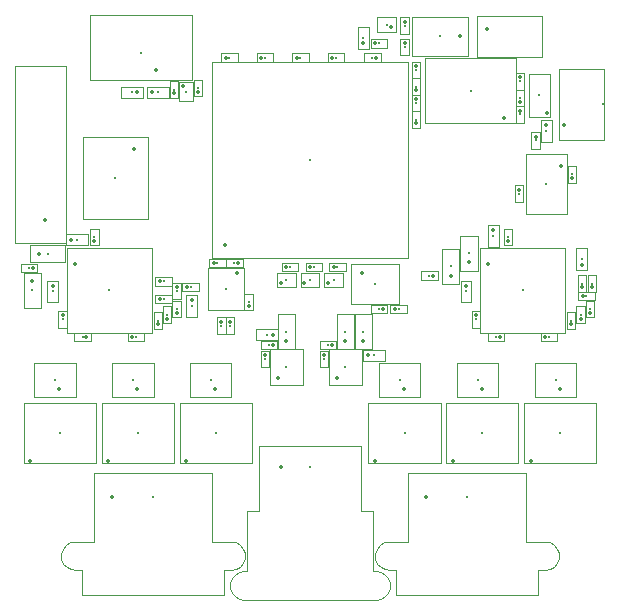
<source format=gbr>
%TF.GenerationSoftware,KiCad,Pcbnew,(6.0.5)*%
%TF.CreationDate,2022-12-26T10:57:27+01:00*%
%TF.ProjectId,omodri_laas,6f6d6f64-7269-45f6-9c61-61732e6b6963,2.0*%
%TF.SameCoordinates,Original*%
%TF.FileFunction,Component,L1,Top*%
%TF.FilePolarity,Positive*%
%FSLAX46Y46*%
G04 Gerber Fmt 4.6, Leading zero omitted, Abs format (unit mm)*
G04 Created by KiCad (PCBNEW (6.0.5)) date 2022-12-26 10:57:27*
%MOMM*%
%LPD*%
G01*
G04 APERTURE LIST*
%TA.AperFunction,ComponentMain*%
%ADD10C,0.300000*%
%TD*%
%TA.AperFunction,ComponentOutline,Courtyard*%
%ADD11C,0.100000*%
%TD*%
%TA.AperFunction,ComponentPin*%
%ADD12P,0.360000X4X0.000000*%
%TD*%
%TA.AperFunction,ComponentPin*%
%ADD13C,0.000000*%
%TD*%
G04 APERTURE END LIST*
D10*
%TO.C,"C41"*%
%TO.CFtp,"C_0201_0603Metric"*%
%TO.CVal,"1uF"*%
%TO.CLbN,"Capacitor_SMD"*%
%TO.CMnt,SMD*%
%TO.CRot,90*%
X141750000Y-69000000D03*
D11*
X142099999Y-69699999D02*
X141400001Y-69699999D01*
X141400001Y-68300001D01*
X142099999Y-68300001D01*
X142099999Y-69699999D01*
D12*
%TO.P,"C41","1"*%
X141750000Y-69320000D03*
D13*
%TO.P,"C41","2"*%
X141750000Y-68680000D03*
%TD*%
D10*
%TO.C,"C49"*%
%TO.CFtp,"C_0201_0603Metric"*%
%TO.CVal,"1.8nF"*%
%TO.CLbN,"Capacitor_SMD"*%
%TO.CMnt,SMD*%
%TO.CRot,0*%
X145250000Y-77450000D03*
D11*
X145949999Y-77799999D02*
X144550001Y-77799999D01*
X144550001Y-77100001D01*
X145949999Y-77100001D01*
X145949999Y-77799999D01*
D12*
%TO.P,"C49","1"*%
X144930000Y-77450000D03*
D13*
%TO.P,"C49","2"*%
X145570000Y-77450000D03*
%TD*%
D10*
%TO.C,"C65"*%
%TO.CFtp,"C_0402_1005Metric"*%
%TO.CVal,"10uF"*%
%TO.CLbN,"Capacitor_SMD"*%
%TO.CMnt,SMD*%
%TO.CRot,180*%
X121350000Y-77250000D03*
D11*
X122259999Y-77709999D02*
X120440001Y-77709999D01*
X120440001Y-76790001D01*
X122259999Y-76790001D01*
X122259999Y-77709999D01*
D12*
%TO.P,"C65","1"*%
X121830000Y-77250000D03*
D13*
%TO.P,"C65","2"*%
X120870000Y-77250000D03*
%TD*%
D10*
%TO.C,"C69"*%
%TO.CFtp,"C_0201_0603Metric"*%
%TO.CVal,"100nF"*%
%TO.CLbN,"Capacitor_SMD"*%
%TO.CMnt,SMD*%
%TO.CRot,0*%
X132500000Y-75100000D03*
D11*
X133199999Y-75449999D02*
X131800001Y-75449999D01*
X131800001Y-74750001D01*
X133199999Y-74750001D01*
X133199999Y-75449999D01*
D12*
%TO.P,"C69","1"*%
X132180000Y-75100000D03*
D13*
%TO.P,"C69","2"*%
X132820000Y-75100000D03*
%TD*%
D10*
%TO.C,"FB3"*%
%TO.CFtp,"L_0603_1608Metric"*%
%TO.CVal,"220R@100MHz"*%
%TO.CLbN,"Inductor_SMD"*%
%TO.CMnt,SMD*%
%TO.CRot,90*%
X123000000Y-77000000D03*
D11*
X123729999Y-78479999D02*
X122270001Y-78479999D01*
X122270001Y-75520001D01*
X123729999Y-75520001D01*
X123729999Y-78479999D01*
D12*
%TO.P,"FB3","1"*%
X123000000Y-77787500D03*
D13*
%TO.P,"FB3","2"*%
X123000000Y-76212500D03*
%TD*%
D10*
%TO.C,"R26"*%
%TO.CFtp,"R_0201_0603Metric"*%
%TO.CVal,"10k"*%
%TO.CLbN,"Resistor_SMD"*%
%TO.CMnt,SMD*%
%TO.CRot,180*%
X130280000Y-53800000D03*
D11*
X130979999Y-54149999D02*
X129580001Y-54149999D01*
X129580001Y-53450001D01*
X130979999Y-53450001D01*
X130979999Y-54149999D01*
D12*
%TO.P,"R26","1"*%
X130600000Y-53800000D03*
D13*
%TO.P,"R26","2"*%
X129960000Y-53800000D03*
%TD*%
D10*
%TO.C,"R40"*%
%TO.CFtp,"FC4L32"*%
%TO.CVal,"0.005"*%
%TO.CLbN,"udriver3"*%
%TO.CMnt,SMD*%
%TO.CRot,90*%
X132600000Y-81100000D03*
D11*
X134349999Y-82549999D02*
X130850001Y-82549999D01*
X130850001Y-79650001D01*
X134349999Y-79650001D01*
X134349999Y-82549999D01*
D12*
%TO.P,"R40","1","1"*%
X132925000Y-81875000D03*
D13*
%TO.P,"R40","2","2"*%
X131100000Y-81875000D03*
%TO.P,"R40","3","3"*%
X131100000Y-80325000D03*
%TO.P,"R40","4","4"*%
X132925000Y-80325000D03*
%TD*%
D10*
%TO.C,"U13"*%
%TO.CFtp,"QFN-10_2x2mm_P0.5mm"*%
%TO.CVal,"MPM3804GG"*%
%TO.CLbN,"udriver3"*%
%TO.CMnt,SMD*%
%TO.CRot,90*%
X123000000Y-80000000D03*
D11*
X124399999Y-81499999D02*
X121600001Y-81499999D01*
X121600001Y-78500001D01*
X124399999Y-78500001D01*
X124399999Y-81499999D01*
D12*
%TO.P,"U13","1","VIN"*%
X122250000Y-80950000D03*
D13*
%TO.P,"U13","2","SW"*%
X122750000Y-81000000D03*
%TO.P,"U13","3","SW"*%
X123250000Y-81000000D03*
%TO.P,"U13","4","SW"*%
X123750000Y-81000000D03*
%TO.P,"U13","5","EN"*%
X123750000Y-80000000D03*
%TO.P,"U13","6","VOUT"*%
X123750000Y-79000000D03*
%TO.P,"U13","7","VOUT"*%
X123250000Y-79000000D03*
%TO.P,"U13","8","VOUT"*%
X122750000Y-79000000D03*
%TO.P,"U13","9","FB"*%
X122250000Y-79000000D03*
%TO.P,"U13","10","GND"*%
X122050000Y-80000000D03*
%TD*%
D10*
%TO.C,"R44"*%
%TO.CFtp,"R_0201_0603Metric"*%
%TO.CVal,"120"*%
%TO.CLbN,"Resistor_SMD"*%
%TO.CMnt,SMD*%
%TO.CRot,90*%
X148700000Y-75070000D03*
D11*
X149049999Y-75769999D02*
X148350001Y-75769999D01*
X148350001Y-74370001D01*
X149049999Y-74370001D01*
X149049999Y-75769999D01*
D12*
%TO.P,"R44","1"*%
X148700000Y-75390000D03*
D13*
%TO.P,"R44","2"*%
X148700000Y-74750000D03*
%TD*%
D10*
%TO.C,"R23"*%
%TO.CFtp,"R_0201_0603Metric"*%
%TO.CVal,"10k"*%
%TO.CLbN,"Resistor_SMD"*%
%TO.CMnt,SMD*%
%TO.CRot,90*%
X134000000Y-59050000D03*
D11*
X134349999Y-59749999D02*
X133650001Y-59749999D01*
X133650001Y-58350001D01*
X134349999Y-58350001D01*
X134349999Y-59749999D01*
D12*
%TO.P,"R23","1"*%
X134000000Y-59370000D03*
D13*
%TO.P,"R23","2"*%
X134000000Y-58730000D03*
%TD*%
D10*
%TO.C,"C45"*%
%TO.CFtp,"C_0201_0603Metric"*%
%TO.CVal,"1.8nF"*%
%TO.CLbN,"Capacitor_SMD"*%
%TO.CMnt,SMD*%
%TO.CRot,180*%
X140750000Y-77450000D03*
D11*
X141449999Y-77799999D02*
X140050001Y-77799999D01*
X140050001Y-77100001D01*
X141449999Y-77100001D01*
X141449999Y-77799999D01*
D12*
%TO.P,"C45","1"*%
X141070000Y-77450000D03*
D13*
%TO.P,"C45","2"*%
X140430000Y-77450000D03*
%TD*%
D10*
%TO.C,"U5"*%
%TO.CFtp,"TSSOP-16_4.4x5mm_P0.65mm"*%
%TO.CVal,"DSLVDS1048"*%
%TO.CLbN,"Package_SO"*%
%TO.CMnt,SMD*%
%TO.CRot,180*%
X138600000Y-56600000D03*
D11*
X142449999Y-59349999D02*
X134750001Y-59349999D01*
X134750001Y-53850001D01*
X142449999Y-53850001D01*
X142449999Y-59349999D01*
D12*
%TO.P,"U5","1","RIN1-"*%
X141462500Y-58875000D03*
D13*
%TO.P,"U5","2","RIN1+"*%
X141462500Y-58225000D03*
%TO.P,"U5","3","RIN2+"*%
X141462500Y-57575000D03*
%TO.P,"U5","4","RIN2-"*%
X141462500Y-56925000D03*
%TO.P,"U5","5","RIN3-"*%
X141462500Y-56275000D03*
%TO.P,"U5","6","RIN3+"*%
X141462500Y-55625000D03*
%TO.P,"U5","7","RIN4+"*%
X141462500Y-54975000D03*
%TO.P,"U5","8","RIN4-"*%
X141462500Y-54325000D03*
%TO.P,"U5","9","~{EN_n}"*%
X135737500Y-54325000D03*
%TO.P,"U5","10","ROUT4"*%
X135737500Y-54975000D03*
%TO.P,"U5","11","ROUT3"*%
X135737500Y-55625000D03*
%TO.P,"U5","12","GND"*%
X135737500Y-56275000D03*
%TO.P,"U5","13","VCC"*%
X135737500Y-56925000D03*
%TO.P,"U5","14","ROUT2"*%
X135737500Y-57575000D03*
%TO.P,"U5","15","ROUT1"*%
X135737500Y-58225000D03*
%TO.P,"U5","16","EN"*%
X135737500Y-58875000D03*
%TD*%
D10*
%TO.C,"R20"*%
%TO.CFtp,"R_0201_0603Metric"*%
%TO.CVal,"100"*%
%TO.CLbN,"Resistor_SMD"*%
%TO.CMnt,SMD*%
%TO.CRot,-90*%
X142800000Y-55800000D03*
D11*
X143149999Y-56499999D02*
X142450001Y-56499999D01*
X142450001Y-55100001D01*
X143149999Y-55100001D01*
X143149999Y-56499999D01*
D12*
%TO.P,"R20","1"*%
X142800000Y-55480000D03*
D13*
%TO.P,"R20","2"*%
X142800000Y-56120000D03*
%TD*%
D10*
%TO.C,"R21"*%
%TO.CFtp,"R_0201_0603Metric"*%
%TO.CVal,"10k"*%
%TO.CLbN,"Resistor_SMD"*%
%TO.CMnt,SMD*%
%TO.CRot,-90*%
X134000000Y-54850000D03*
D11*
X134349999Y-55549999D02*
X133650001Y-55549999D01*
X133650001Y-54150001D01*
X134349999Y-54150001D01*
X134349999Y-55549999D01*
D12*
%TO.P,"R21","1"*%
X134000000Y-54530000D03*
D13*
%TO.P,"R21","2"*%
X134000000Y-55170000D03*
%TD*%
D10*
%TO.C,"C37"*%
%TO.CFtp,"C_0402_1005Metric"*%
%TO.CVal,"1uF"*%
%TO.CLbN,"Capacitor_SMD"*%
%TO.CMnt,SMD*%
%TO.CRot,-90*%
X138200000Y-73600000D03*
D11*
X138659999Y-74509999D02*
X137740001Y-74509999D01*
X137740001Y-72690001D01*
X138659999Y-72690001D01*
X138659999Y-74509999D01*
D12*
%TO.P,"C37","1"*%
X138200000Y-73120000D03*
D13*
%TO.P,"C37","2"*%
X138200000Y-74080000D03*
%TD*%
D10*
%TO.C,"Q1"*%
%TO.CFtp,"Diodes_DFN1006-3"*%
%TO.CVal,"NX7002BKM"*%
%TO.CLbN,"Package_DFN_QFN"*%
%TO.CMnt,SMD*%
%TO.CRot,180*%
X131500000Y-51000000D03*
D11*
X132299999Y-51599999D02*
X130700001Y-51599999D01*
X130700001Y-50400001D01*
X132299999Y-50400001D01*
X132299999Y-51599999D01*
D12*
%TO.P,"Q1","1","G"*%
X131850000Y-51225000D03*
D13*
%TO.P,"Q1","2","S"*%
X131850000Y-50775000D03*
%TO.P,"Q1","3","D"*%
X131150000Y-51000000D03*
%TD*%
D10*
%TO.C,"C43"*%
%TO.CFtp,"C_0201_0603Metric"*%
%TO.CVal,"1.8nF"*%
%TO.CLbN,"Capacitor_SMD"*%
%TO.CMnt,SMD*%
%TO.CRot,-90*%
X139050000Y-75950000D03*
D11*
X139399999Y-76649999D02*
X138700001Y-76649999D01*
X138700001Y-75250001D01*
X139399999Y-75250001D01*
X139399999Y-76649999D01*
D12*
%TO.P,"C43","1"*%
X139050000Y-75630000D03*
D13*
%TO.P,"C43","2"*%
X139050000Y-76270000D03*
%TD*%
D10*
%TO.C,"R41"*%
%TO.CFtp,"FC4L32"*%
%TO.CVal,"0.005"*%
%TO.CLbN,"udriver3"*%
%TO.CMnt,SMD*%
%TO.CRot,90*%
X139200000Y-81100000D03*
D11*
X140949999Y-82549999D02*
X137450001Y-82549999D01*
X137450001Y-79650001D01*
X140949999Y-79650001D01*
X140949999Y-82549999D01*
D12*
%TO.P,"R41","1","1"*%
X139525000Y-81875000D03*
D13*
%TO.P,"R41","2","2"*%
X137700000Y-81875000D03*
%TO.P,"R41","3","3"*%
X137700000Y-80325000D03*
%TO.P,"R41","4","4"*%
X139525000Y-80325000D03*
%TD*%
D10*
%TO.C,"R37"*%
%TO.CFtp,"R_0201_0603Metric"*%
%TO.CVal,"1k"*%
%TO.CLbN,"Resistor_SMD"*%
%TO.CMnt,SMD*%
%TO.CRot,0*%
X114900000Y-73250000D03*
D11*
X115599999Y-73599999D02*
X114200001Y-73599999D01*
X114200001Y-72900001D01*
X115599999Y-72900001D01*
X115599999Y-73599999D01*
D12*
%TO.P,"R37","1"*%
X114580000Y-73250000D03*
D13*
%TO.P,"R37","2"*%
X115220000Y-73250000D03*
%TD*%
D10*
%TO.C,"R45"*%
%TO.CFtp,"R_0201_0603Metric"*%
%TO.CVal,"1k"*%
%TO.CLbN,"Resistor_SMD"*%
%TO.CMnt,SMD*%
%TO.CRot,90*%
X148000000Y-72930000D03*
D11*
X148349999Y-73629999D02*
X147650001Y-73629999D01*
X147650001Y-72230001D01*
X148349999Y-72230001D01*
X148349999Y-73629999D01*
D12*
%TO.P,"R45","1"*%
X148000000Y-73250000D03*
D13*
%TO.P,"R45","2"*%
X148000000Y-72610000D03*
%TD*%
D10*
%TO.C,"R46"*%
%TO.CFtp,"R_0201_0603Metric"*%
%TO.CVal,"10k"*%
%TO.CLbN,"Resistor_SMD"*%
%TO.CMnt,SMD*%
%TO.CRot,90*%
X148875000Y-72930000D03*
D11*
X149224999Y-73629999D02*
X148525001Y-73629999D01*
X148525001Y-72230001D01*
X149224999Y-72230001D01*
X149224999Y-73629999D01*
D12*
%TO.P,"R46","1"*%
X148875000Y-73250000D03*
D13*
%TO.P,"R46","2"*%
X148875000Y-72610000D03*
%TD*%
D10*
%TO.C,"D9"*%
%TO.CFtp,"LED_0402_1005Metric"*%
%TO.CVal,"LED RED"*%
%TO.CLbN,"LED_SMD"*%
%TO.CMnt,SMD*%
%TO.CRot,-90*%
X115000000Y-74800000D03*
D11*
X115469999Y-75729999D02*
X114530001Y-75729999D01*
X114530001Y-73870001D01*
X115469999Y-73870001D01*
X115469999Y-75729999D01*
D12*
%TO.P,"D9","1","K"*%
X115000000Y-74315000D03*
D13*
%TO.P,"D9","2","A"*%
X115000000Y-75285000D03*
%TD*%
D10*
%TO.C,"C27"*%
%TO.CFtp,"C_0402_1005Metric"*%
%TO.CVal,"1uF"*%
%TO.CLbN,"Capacitor_SMD"*%
%TO.CMnt,SMD*%
%TO.CRot,0*%
X105270000Y-69200000D03*
D11*
X106179999Y-69659999D02*
X104360001Y-69659999D01*
X104360001Y-68740001D01*
X106179999Y-68740001D01*
X106179999Y-69659999D01*
D12*
%TO.P,"C27","1"*%
X104790000Y-69200000D03*
D13*
%TO.P,"C27","2"*%
X105750000Y-69200000D03*
%TD*%
D10*
%TO.C,"J11"*%
%TO.CFtp,"AMASS_MR30PW-FB_1x03_P3.50mm_Horizontal"*%
%TO.CVal,"Conn_01x03"*%
%TO.CLbN,"udriver3"*%
%TO.CMnt,TH*%
%TO.CRot,180*%
X138300000Y-90975000D03*
D11*
X130643796Y-95404387D02*
X130911635Y-95069771D01*
X131279813Y-94850337D01*
X131701562Y-94773960D01*
X133300000Y-94775001D01*
X133300000Y-88975001D01*
X143299999Y-88975001D01*
X143299999Y-94775000D01*
X143300000Y-94775001D01*
X144900000Y-94775001D01*
X145310424Y-94847370D01*
X145671345Y-95055748D01*
X145939230Y-95375001D01*
X146081769Y-95766622D01*
X146081768Y-95766622D01*
X146081768Y-96183378D01*
X145939229Y-96575000D01*
X145671344Y-96894253D01*
X145310423Y-97102631D01*
X144900000Y-97175000D01*
X144900000Y-97174999D01*
X144300000Y-97174999D01*
X144299999Y-97175000D01*
X144299999Y-99274999D01*
X132300001Y-99274999D01*
X132300001Y-97175000D01*
X132300000Y-97174999D01*
X131801562Y-97174999D01*
X131374922Y-97133951D01*
X130989772Y-96945892D01*
X130695036Y-96634706D01*
X130528150Y-96239920D01*
X130510315Y-95811683D01*
X130510316Y-95811683D01*
X130643796Y-95404387D01*
D12*
%TO.P,"J11","1","Pin_1"*%
X134800000Y-90975000D03*
D13*
%TO.P,"J11",*%
X131800000Y-95975000D03*
X144800000Y-95975000D03*
%TO.P,"J11","2","Pin_2"*%
X138300000Y-90975000D03*
%TO.P,"J11","3","Pin_3"*%
X141800000Y-90975000D03*
%TD*%
D10*
%TO.C,"R53"*%
%TO.CFtp,"R_0201_0603Metric"*%
%TO.CVal,"100k"*%
%TO.CLbN,"Resistor_SMD"*%
%TO.CMnt,SMD*%
%TO.CRot,180*%
X121520000Y-78100000D03*
D11*
X122219999Y-78449999D02*
X120820001Y-78449999D01*
X120820001Y-77750001D01*
X122219999Y-77750001D01*
X122219999Y-78449999D01*
D12*
%TO.P,"R53","1"*%
X121840000Y-78100000D03*
D13*
%TO.P,"R53","2"*%
X121200000Y-78100000D03*
%TD*%
D10*
%TO.C,"C62"*%
%TO.CFtp,"C_0402_1005Metric"*%
%TO.CVal,"10uF"*%
%TO.CLbN,"Capacitor_SMD"*%
%TO.CMnt,SMD*%
%TO.CRot,0*%
X130400000Y-79000000D03*
D11*
X131309999Y-79459999D02*
X129490001Y-79459999D01*
X129490001Y-78540001D01*
X131309999Y-78540001D01*
X131309999Y-79459999D01*
D12*
%TO.P,"C62","1"*%
X129920000Y-79000000D03*
D13*
%TO.P,"C62","2"*%
X130880000Y-79000000D03*
%TD*%
D10*
%TO.C,"R52"*%
%TO.CFtp,"R_0201_0603Metric"*%
%TO.CVal,"22.1k"*%
%TO.CLbN,"Resistor_SMD"*%
%TO.CMnt,SMD*%
%TO.CRot,-90*%
X126200000Y-79320000D03*
D11*
X126549999Y-80019999D02*
X125850001Y-80019999D01*
X125850001Y-78620001D01*
X126549999Y-78620001D01*
X126549999Y-80019999D01*
D12*
%TO.P,"R52","1"*%
X126200000Y-79000000D03*
D13*
%TO.P,"R52","2"*%
X126200000Y-79640000D03*
%TD*%
D10*
%TO.C,"C25"*%
%TO.CFtp,"C_0603_1608Metric"*%
%TO.CVal,"10uF"*%
%TO.CLbN,"Capacitor_SMD"*%
%TO.CMnt,SMD*%
%TO.CRot,-90*%
X101500000Y-73500000D03*
D11*
X102229999Y-74979999D02*
X100770001Y-74979999D01*
X100770001Y-72020001D01*
X102229999Y-72020001D01*
X102229999Y-74979999D01*
D12*
%TO.P,"C25","1"*%
X101500000Y-72725000D03*
D13*
%TO.P,"C25","2"*%
X101500000Y-74275000D03*
%TD*%
D10*
%TO.C,"C29"*%
%TO.CFtp,"C_0603_1608Metric"*%
%TO.CVal,"47nF"*%
%TO.CLbN,"Capacitor_SMD"*%
%TO.CMnt,SMD*%
%TO.CRot,0*%
X102800000Y-70400000D03*
D11*
X104279999Y-71129999D02*
X101320001Y-71129999D01*
X101320001Y-69670001D01*
X104279999Y-69670001D01*
X104279999Y-71129999D01*
D12*
%TO.P,"C29","1"*%
X102025000Y-70400000D03*
D13*
%TO.P,"C29","2"*%
X103575000Y-70400000D03*
%TD*%
D10*
%TO.C,"C28"*%
%TO.CFtp,"C_0201_0603Metric"*%
%TO.CVal,"1uF"*%
%TO.CLbN,"Capacitor_SMD"*%
%TO.CMnt,SMD*%
%TO.CRot,90*%
X106750000Y-69000000D03*
D11*
X107099999Y-69699999D02*
X106400001Y-69699999D01*
X106400001Y-68300001D01*
X107099999Y-68300001D01*
X107099999Y-69699999D01*
D12*
%TO.P,"C28","1"*%
X106750000Y-69320000D03*
D13*
%TO.P,"C28","2"*%
X106750000Y-68680000D03*
%TD*%
D10*
%TO.C,"C68"*%
%TO.CFtp,"C_0201_0603Metric"*%
%TO.CVal,"1uF"*%
%TO.CLbN,"Capacitor_SMD"*%
%TO.CMnt,SMD*%
%TO.CRot,180*%
X130850000Y-75100000D03*
D11*
X131549999Y-75449999D02*
X130150001Y-75449999D01*
X130150001Y-74750001D01*
X131549999Y-74750001D01*
X131549999Y-75449999D01*
D12*
%TO.P,"C68","1"*%
X131170000Y-75100000D03*
D13*
%TO.P,"C68","2"*%
X130530000Y-75100000D03*
%TD*%
D10*
%TO.C,"R51"*%
%TO.CFtp,"R_0201_0603Metric"*%
%TO.CVal,"100k"*%
%TO.CLbN,"Resistor_SMD"*%
%TO.CMnt,SMD*%
%TO.CRot,180*%
X126520000Y-78100000D03*
D11*
X127219999Y-78449999D02*
X125820001Y-78449999D01*
X125820001Y-77750001D01*
X127219999Y-77750001D01*
X127219999Y-78449999D01*
D12*
%TO.P,"R51","1"*%
X126840000Y-78100000D03*
D13*
%TO.P,"R51","2"*%
X126200000Y-78100000D03*
%TD*%
D10*
%TO.C,"C31"*%
%TO.CFtp,"C_0201_0603Metric"*%
%TO.CVal,"100nF"*%
%TO.CLbN,"Capacitor_SMD"*%
%TO.CMnt,SMD*%
%TO.CRot,0*%
X112600000Y-74250000D03*
D11*
X113299999Y-74599999D02*
X111900001Y-74599999D01*
X111900001Y-73900001D01*
X113299999Y-73900001D01*
X113299999Y-74599999D01*
D12*
%TO.P,"C31","1"*%
X112280000Y-74250000D03*
D13*
%TO.P,"C31","2"*%
X112920000Y-74250000D03*
%TD*%
D10*
%TO.C,"D10"*%
%TO.CFtp,"LED_0402_1005Metric"*%
%TO.CVal,"LED RED"*%
%TO.CLbN,"LED_SMD"*%
%TO.CMnt,SMD*%
%TO.CRot,90*%
X148000000Y-70885000D03*
D11*
X148469999Y-71814999D02*
X147530001Y-71814999D01*
X147530001Y-69955001D01*
X148469999Y-69955001D01*
X148469999Y-71814999D01*
D12*
%TO.P,"D10","1","K"*%
X148000000Y-71370000D03*
D13*
%TO.P,"D10","2","A"*%
X148000000Y-70400000D03*
%TD*%
D10*
%TO.C,"C40"*%
%TO.CFtp,"C_0402_1005Metric"*%
%TO.CVal,"1uF"*%
%TO.CLbN,"Capacitor_SMD"*%
%TO.CMnt,SMD*%
%TO.CRot,-90*%
X140500000Y-68900000D03*
D11*
X140959999Y-69809999D02*
X140040001Y-69809999D01*
X140040001Y-67990001D01*
X140959999Y-67990001D01*
X140959999Y-69809999D01*
D12*
%TO.P,"C40","1"*%
X140500000Y-68420000D03*
D13*
%TO.P,"C40","2"*%
X140500000Y-69380000D03*
%TD*%
D10*
%TO.C,"C38"*%
%TO.CFtp,"C_0603_1608Metric"*%
%TO.CVal,"10uF"*%
%TO.CLbN,"Capacitor_SMD"*%
%TO.CMnt,SMD*%
%TO.CRot,90*%
X136900000Y-71475000D03*
D11*
X137629999Y-72954999D02*
X136170001Y-72954999D01*
X136170001Y-69995001D01*
X137629999Y-69995001D01*
X137629999Y-72954999D01*
D12*
%TO.P,"C38","1"*%
X136900000Y-72250000D03*
D13*
%TO.P,"C38","2"*%
X136900000Y-70700000D03*
%TD*%
D10*
%TO.C,"J6"*%
%TO.CFtp,"AMASS_XT30PW-M_1x02_P2.50mm_Horizontal"*%
%TO.CVal,"Conn_01x02"*%
%TO.CLbN,"udriver3"*%
%TO.CMnt,TH*%
%TO.CRot,180*%
X125000000Y-88500000D03*
D11*
X118218232Y-98291622D02*
X118360771Y-97900000D01*
X118628656Y-97580747D01*
X118989577Y-97372369D01*
X119400000Y-97300001D01*
X119700000Y-97300001D01*
X119700000Y-92200001D01*
X120700000Y-92200001D01*
X120700000Y-86700001D01*
X129299999Y-86700001D01*
X129299999Y-92200000D01*
X129300000Y-92200001D01*
X130299999Y-92200001D01*
X130299999Y-97300000D01*
X130300000Y-97300001D01*
X130600000Y-97300001D01*
X131010424Y-97372370D01*
X131371345Y-97580748D01*
X131639230Y-97900001D01*
X131781769Y-98291622D01*
X131781768Y-98291622D01*
X131781768Y-98708378D01*
X131639229Y-99100000D01*
X131371344Y-99419253D01*
X131010423Y-99627631D01*
X130600000Y-99700000D01*
X130600000Y-99699999D01*
X119400000Y-99699999D01*
X118989576Y-99627630D01*
X118628655Y-99419252D01*
X118360770Y-99099999D01*
X118218231Y-98708378D01*
X118218232Y-98708378D01*
X118218232Y-98291622D01*
D12*
%TO.P,"J6","1","Pin_1"*%
X122500000Y-88500000D03*
D13*
%TO.P,"J6",*%
X130500000Y-98500000D03*
X119500000Y-98500000D03*
%TO.P,"J6","2","Pin_2"*%
X127500000Y-88500000D03*
%TD*%
D10*
%TO.C,"R39"*%
%TO.CFtp,"FC4L32"*%
%TO.CVal,"0.005"*%
%TO.CLbN,"udriver3"*%
%TO.CMnt,SMD*%
%TO.CRot,90*%
X116600000Y-81100000D03*
D11*
X118349999Y-82549999D02*
X114850001Y-82549999D01*
X114850001Y-79650001D01*
X118349999Y-79650001D01*
X118349999Y-82549999D01*
D12*
%TO.P,"R39","1","1"*%
X116925000Y-81875000D03*
D13*
%TO.P,"R39","2","2"*%
X115100000Y-81875000D03*
%TO.P,"R39","3","3"*%
X115100000Y-80325000D03*
%TO.P,"R39","4","4"*%
X116925000Y-80325000D03*
%TD*%
D10*
%TO.C,"C36"*%
%TO.CFtp,"C_0201_0603Metric"*%
%TO.CVal,"1.8nF"*%
%TO.CLbN,"Capacitor_SMD"*%
%TO.CMnt,SMD*%
%TO.CRot,0*%
X110250000Y-77450000D03*
D11*
X110949999Y-77799999D02*
X109550001Y-77799999D01*
X109550001Y-77100001D01*
X110949999Y-77100001D01*
X110949999Y-77799999D01*
D12*
%TO.P,"C36","1"*%
X109930000Y-77450000D03*
D13*
%TO.P,"C36","2"*%
X110570000Y-77450000D03*
%TD*%
D10*
%TO.C,"C30"*%
%TO.CFtp,"C_0201_0603Metric"*%
%TO.CVal,"1.8nF"*%
%TO.CLbN,"Capacitor_SMD"*%
%TO.CMnt,SMD*%
%TO.CRot,-90*%
X104050000Y-75950000D03*
D11*
X104399999Y-76649999D02*
X103700001Y-76649999D01*
X103700001Y-75250001D01*
X104399999Y-75250001D01*
X104399999Y-76649999D01*
D12*
%TO.P,"C30","1"*%
X104050000Y-75630000D03*
D13*
%TO.P,"C30","2"*%
X104050000Y-76270000D03*
%TD*%
D10*
%TO.C,"C32"*%
%TO.CFtp,"C_0201_0603Metric"*%
%TO.CVal,"1.8nF"*%
%TO.CLbN,"Capacitor_SMD"*%
%TO.CMnt,SMD*%
%TO.CRot,180*%
X105750000Y-77450000D03*
D11*
X106449999Y-77799999D02*
X105050001Y-77799999D01*
X105050001Y-77100001D01*
X106449999Y-77100001D01*
X106449999Y-77799999D01*
D12*
%TO.P,"C32","1"*%
X106070000Y-77450000D03*
D13*
%TO.P,"C32","2"*%
X105430000Y-77450000D03*
%TD*%
D10*
%TO.C,"R32"*%
%TO.CFtp,"FC4L32"*%
%TO.CVal,"0.005"*%
%TO.CLbN,"udriver3"*%
%TO.CMnt,SMD*%
%TO.CRot,90*%
X110000000Y-81100000D03*
D11*
X111749999Y-82549999D02*
X108250001Y-82549999D01*
X108250001Y-79650001D01*
X111749999Y-79650001D01*
X111749999Y-82549999D01*
D12*
%TO.P,"R32","1","1"*%
X110325000Y-81875000D03*
D13*
%TO.P,"R32","2","2"*%
X108500000Y-81875000D03*
%TO.P,"R32","3","3"*%
X108500000Y-80325000D03*
%TO.P,"R32","4","4"*%
X110325000Y-80325000D03*
%TD*%
D10*
%TO.C,"R42"*%
%TO.CFtp,"R_0201_0603Metric"*%
%TO.CVal,"120"*%
%TO.CLbN,"Resistor_SMD"*%
%TO.CMnt,SMD*%
%TO.CRot,90*%
X147100000Y-76070000D03*
D11*
X147449999Y-76769999D02*
X146750001Y-76769999D01*
X146750001Y-75370001D01*
X147449999Y-75370001D01*
X147449999Y-76769999D01*
D12*
%TO.P,"R42","1"*%
X147100000Y-76390000D03*
D13*
%TO.P,"R42","2"*%
X147100000Y-75750000D03*
%TD*%
D10*
%TO.C,"R34"*%
%TO.CFtp,"R_0201_0603Metric"*%
%TO.CVal,"120"*%
%TO.CLbN,"Resistor_SMD"*%
%TO.CMnt,SMD*%
%TO.CRot,90*%
X112900000Y-75570000D03*
D11*
X113249999Y-76269999D02*
X112550001Y-76269999D01*
X112550001Y-74870001D01*
X113249999Y-74870001D01*
X113249999Y-76269999D01*
D12*
%TO.P,"R34","1"*%
X112900000Y-75890000D03*
D13*
%TO.P,"R34","2"*%
X112900000Y-75250000D03*
%TD*%
D10*
%TO.C,"J10"*%
%TO.CFtp,"AMASS_MR30PW-FB_1x03_P3.50mm_Horizontal"*%
%TO.CVal,"Conn_01x03"*%
%TO.CLbN,"udriver3"*%
%TO.CMnt,TH*%
%TO.CRot,180*%
X111700000Y-90975000D03*
D11*
X104043796Y-95404387D02*
X104311635Y-95069771D01*
X104679813Y-94850337D01*
X105101562Y-94773960D01*
X106700000Y-94775001D01*
X106700000Y-88975001D01*
X116699999Y-88975001D01*
X116699999Y-94775000D01*
X116700000Y-94775001D01*
X118300000Y-94775001D01*
X118710424Y-94847370D01*
X119071345Y-95055748D01*
X119339230Y-95375001D01*
X119481769Y-95766622D01*
X119481768Y-95766622D01*
X119481768Y-96183378D01*
X119339229Y-96575000D01*
X119071344Y-96894253D01*
X118710423Y-97102631D01*
X118300000Y-97175000D01*
X118300000Y-97174999D01*
X117700000Y-97174999D01*
X117699999Y-97175000D01*
X117699999Y-99274999D01*
X105700001Y-99274999D01*
X105700001Y-97175000D01*
X105700000Y-97174999D01*
X105201562Y-97174999D01*
X104774922Y-97133951D01*
X104389772Y-96945892D01*
X104095036Y-96634706D01*
X103928150Y-96239920D01*
X103910315Y-95811683D01*
X103910316Y-95811683D01*
X104043796Y-95404387D01*
D12*
%TO.P,"J10","1","Pin_1"*%
X108200000Y-90975000D03*
D13*
%TO.P,"J10",*%
X105200000Y-95975000D03*
X118200000Y-95975000D03*
%TO.P,"J10","2","Pin_2"*%
X111700000Y-90975000D03*
%TO.P,"J10","3","Pin_3"*%
X115200000Y-90975000D03*
%TD*%
D10*
%TO.C,"R54"*%
%TO.CFtp,"R_0201_0603Metric"*%
%TO.CVal,"100k"*%
%TO.CLbN,"Resistor_SMD"*%
%TO.CMnt,SMD*%
%TO.CRot,-90*%
X121200000Y-79320000D03*
D11*
X121549999Y-80019999D02*
X120850001Y-80019999D01*
X120850001Y-78620001D01*
X121549999Y-78620001D01*
X121549999Y-80019999D01*
D12*
%TO.P,"R54","1"*%
X121200000Y-79000000D03*
D13*
%TO.P,"R54","2"*%
X121200000Y-79640000D03*
%TD*%
D10*
%TO.C,"FB1"*%
%TO.CFtp,"L_0603_1608Metric"*%
%TO.CVal,"220R@100MHz"*%
%TO.CLbN,"Inductor_SMD"*%
%TO.CMnt,SMD*%
%TO.CRot,90*%
X128000000Y-77000000D03*
D11*
X128729999Y-78479999D02*
X127270001Y-78479999D01*
X127270001Y-75520001D01*
X128729999Y-75520001D01*
X128729999Y-78479999D01*
D12*
%TO.P,"FB1","1"*%
X128000000Y-77787500D03*
D13*
%TO.P,"FB1","2"*%
X128000000Y-76212500D03*
%TD*%
D10*
%TO.C,"FB2"*%
%TO.CFtp,"L_0603_1608Metric"*%
%TO.CVal,"220R@100MHz"*%
%TO.CLbN,"Inductor_SMD"*%
%TO.CMnt,SMD*%
%TO.CRot,90*%
X129500000Y-77000000D03*
D11*
X130229999Y-78479999D02*
X128770001Y-78479999D01*
X128770001Y-75520001D01*
X130229999Y-75520001D01*
X130229999Y-78479999D01*
D12*
%TO.P,"FB2","1"*%
X129500000Y-77787500D03*
D13*
%TO.P,"FB2","2"*%
X129500000Y-76212500D03*
%TD*%
D10*
%TO.C,"R29"*%
%TO.CFtp,"R_0201_0603Metric"*%
%TO.CVal,"10k"*%
%TO.CLbN,"Resistor_SMD"*%
%TO.CMnt,SMD*%
%TO.CRot,-90*%
X133000000Y-51100000D03*
D11*
X133349999Y-51799999D02*
X132650001Y-51799999D01*
X132650001Y-50400001D01*
X133349999Y-50400001D01*
X133349999Y-51799999D01*
D12*
%TO.P,"R29","1"*%
X133000000Y-50780000D03*
D13*
%TO.P,"R29","2"*%
X133000000Y-51420000D03*
%TD*%
D10*
%TO.C,"C14"*%
%TO.CFtp,"C_0201_0603Metric"*%
%TO.CVal,"100nF"*%
%TO.CLbN,"Capacitor_SMD"*%
%TO.CMnt,SMD*%
%TO.CRot,90*%
X134000000Y-56250000D03*
D11*
X134349999Y-56949999D02*
X133650001Y-56949999D01*
X133650001Y-55550001D01*
X134349999Y-55550001D01*
X134349999Y-56949999D01*
D12*
%TO.P,"C14","1"*%
X134000000Y-56570000D03*
D13*
%TO.P,"C14","2"*%
X134000000Y-55930000D03*
%TD*%
D10*
%TO.C,"R33"*%
%TO.CFtp,"R_0201_0603Metric"*%
%TO.CVal,"120"*%
%TO.CLbN,"Resistor_SMD"*%
%TO.CMnt,SMD*%
%TO.CRot,90*%
X112100000Y-76070000D03*
D11*
X112449999Y-76769999D02*
X111750001Y-76769999D01*
X111750001Y-75370001D01*
X112449999Y-75370001D01*
X112449999Y-76769999D01*
D12*
%TO.P,"R33","1"*%
X112100000Y-76390000D03*
D13*
%TO.P,"R33","2"*%
X112100000Y-75750000D03*
%TD*%
D10*
%TO.C,"R43"*%
%TO.CFtp,"R_0201_0603Metric"*%
%TO.CVal,"120"*%
%TO.CLbN,"Resistor_SMD"*%
%TO.CMnt,SMD*%
%TO.CRot,90*%
X147900000Y-75570000D03*
D11*
X148249999Y-76269999D02*
X147550001Y-76269999D01*
X147550001Y-74870001D01*
X148249999Y-74870001D01*
X148249999Y-76269999D01*
D12*
%TO.P,"R43","1"*%
X147900000Y-75890000D03*
D13*
%TO.P,"R43","2"*%
X147900000Y-75250000D03*
%TD*%
D10*
%TO.C,"R35"*%
%TO.CFtp,"R_0201_0603Metric"*%
%TO.CVal,"120"*%
%TO.CLbN,"Resistor_SMD"*%
%TO.CMnt,SMD*%
%TO.CRot,90*%
X113700000Y-75070000D03*
D11*
X114049999Y-75769999D02*
X113350001Y-75769999D01*
X113350001Y-74370001D01*
X114049999Y-74370001D01*
X114049999Y-75769999D01*
D12*
%TO.P,"R35","1"*%
X113700000Y-75390000D03*
D13*
%TO.P,"R35","2"*%
X113700000Y-74750000D03*
%TD*%
D10*
%TO.C,"R19"*%
%TO.CFtp,"R_0201_0603Metric"*%
%TO.CVal,"100"*%
%TO.CLbN,"Resistor_SMD"*%
%TO.CMnt,SMD*%
%TO.CRot,90*%
X142800000Y-57200000D03*
D11*
X143149999Y-57899999D02*
X142450001Y-57899999D01*
X142450001Y-56500001D01*
X143149999Y-56500001D01*
X143149999Y-57899999D01*
D12*
%TO.P,"R19","1"*%
X142800000Y-57520000D03*
D13*
%TO.P,"R19","2"*%
X142800000Y-56880000D03*
%TD*%
D10*
%TO.C,"R31"*%
%TO.CFtp,"FC4L32"*%
%TO.CVal,"0.005"*%
%TO.CLbN,"udriver3"*%
%TO.CMnt,SMD*%
%TO.CRot,90*%
X103400000Y-81100000D03*
D11*
X105149999Y-82549999D02*
X101650001Y-82549999D01*
X101650001Y-79650001D01*
X105149999Y-79650001D01*
X105149999Y-82549999D01*
D12*
%TO.P,"R31","1","1"*%
X103725000Y-81875000D03*
D13*
%TO.P,"R31","2","2"*%
X101900000Y-81875000D03*
%TO.P,"R31","3","3"*%
X101900000Y-80325000D03*
%TO.P,"R31","4","4"*%
X103725000Y-80325000D03*
%TD*%
D10*
%TO.C,"J5"*%
%TO.CFtp,"Molex_FBH1_1x08-2MP_P0.50mm_Horizontal"*%
%TO.CVal,"conn_01x08_MountingPins"*%
%TO.CLbN,"udriver3"*%
%TO.CMnt,SMD*%
%TO.CRot,90*%
X149800000Y-57750000D03*
D11*
X149849999Y-60749999D02*
X146050001Y-60749999D01*
X146050001Y-54750001D01*
X149849999Y-54750001D01*
X149849999Y-60749999D01*
D12*
%TO.P,"J5","1","Pin_1"*%
X146500000Y-59500000D03*
D13*
%TO.P,"J5","2","Pin_2"*%
X146500000Y-59000000D03*
%TO.P,"J5","3","Pin_3"*%
X146500000Y-58500000D03*
%TO.P,"J5","4","Pin_4"*%
X146500000Y-58000000D03*
%TO.P,"J5","5","Pin_5"*%
X146500000Y-57500000D03*
%TO.P,"J5","6","Pin_6"*%
X146500000Y-57000000D03*
%TO.P,"J5","7","Pin_7"*%
X146500000Y-56500000D03*
%TO.P,"J5","8","Pin_8"*%
X146500000Y-56000000D03*
%TO.P,"J5","MP1","MountPin1"*%
X149150000Y-60290000D03*
%TO.P,"J5","MP2","MountPin2"*%
X149150000Y-55210000D03*
%TD*%
D10*
%TO.C,"R47"*%
%TO.CFtp,"FC4L32"*%
%TO.CVal,"0.005"*%
%TO.CLbN,"udriver3"*%
%TO.CMnt,SMD*%
%TO.CRot,90*%
X145800000Y-81100000D03*
D11*
X147549999Y-82549999D02*
X144050001Y-82549999D01*
X144050001Y-79650001D01*
X147549999Y-79650001D01*
X147549999Y-82549999D01*
D12*
%TO.P,"R47","1","1"*%
X146125000Y-81875000D03*
D13*
%TO.P,"R47","2","2"*%
X144300000Y-81875000D03*
%TO.P,"R47","3","3"*%
X144300000Y-80325000D03*
%TO.P,"R47","4","4"*%
X146125000Y-80325000D03*
%TD*%
D10*
%TO.C,"U9"*%
%TO.CFtp,"QFN-40-1EP_6x6mm_P0.5mm_EP4.6x4.6mm_ThermalVias"*%
%TO.CVal,"DRV8353S"*%
%TO.CLbN,"Package_DFN_QFN"*%
%TO.CMnt,SMD*%
%TO.CRot,0*%
X108000000Y-73500000D03*
D11*
X111599999Y-77099999D02*
X104400001Y-77099999D01*
X104400001Y-69900001D01*
X111599999Y-69900001D01*
X111599999Y-77099999D01*
D12*
%TO.P,"U9","1","CPL"*%
X105062500Y-71250000D03*
D13*
%TO.P,"U9","2","CPH"*%
X105062500Y-71750000D03*
%TO.P,"U9","3","VM"*%
X105062500Y-72250000D03*
%TO.P,"U9","4","VDRAIN"*%
X105062500Y-72750000D03*
%TO.P,"U9","5","VCP"*%
X105062500Y-73250000D03*
%TO.P,"U9","6","GHA"*%
X105062500Y-73750000D03*
%TO.P,"U9","7","SHA"*%
X105062500Y-74250000D03*
%TO.P,"U9","8","GLA"*%
X105062500Y-74750000D03*
%TO.P,"U9","9","SPA"*%
X105062500Y-75250000D03*
%TO.P,"U9","10","SNA"*%
X105062500Y-75750000D03*
%TO.P,"U9","11","SNB"*%
X105750000Y-76437500D03*
%TO.P,"U9","12","SPB"*%
X106250000Y-76437500D03*
%TO.P,"U9","13","GLB"*%
X106750000Y-76437500D03*
%TO.P,"U9","14","SHB"*%
X107250000Y-76437500D03*
%TO.P,"U9","15","GHB"*%
X107750000Y-76437500D03*
%TO.P,"U9","16","GHC"*%
X108250000Y-76437500D03*
%TO.P,"U9","17","SHC"*%
X108750000Y-76437500D03*
%TO.P,"U9","18","GLC"*%
X109250000Y-76437500D03*
%TO.P,"U9","19","SPC"*%
X109750000Y-76437500D03*
%TO.P,"U9","20","SNC"*%
X110250000Y-76437500D03*
%TO.P,"U9","21","SOC"*%
X110937500Y-75750000D03*
%TO.P,"U9","22","SOB"*%
X110937500Y-75250000D03*
%TO.P,"U9","23","SOA"*%
X110937500Y-74750000D03*
%TO.P,"U9","24","VREF"*%
X110937500Y-74250000D03*
%TO.P,"U9","25","AGND"*%
X110937500Y-73750000D03*
%TO.P,"U9","26","~{FAULT}"*%
X110937500Y-73250000D03*
%TO.P,"U9","27","SDO"*%
X110937500Y-72750000D03*
%TO.P,"U9","28","SDI"*%
X110937500Y-72250000D03*
%TO.P,"U9","29","SCLK"*%
X110937500Y-71750000D03*
%TO.P,"U9","30","~{SCS}"*%
X110937500Y-71250000D03*
%TO.P,"U9","31","ENABLE"*%
X110250000Y-70562500D03*
%TO.P,"U9","32","INHA"*%
X109750000Y-70562500D03*
%TO.P,"U9","33","INLA"*%
X109250000Y-70562500D03*
%TO.P,"U9","34","INHB"*%
X108750000Y-70562500D03*
%TO.P,"U9","35","INLB"*%
X108250000Y-70562500D03*
%TO.P,"U9","36","INHC"*%
X107750000Y-70562500D03*
%TO.P,"U9","37","INLC"*%
X107250000Y-70562500D03*
%TO.P,"U9","38","DVDD"*%
X106750000Y-70562500D03*
%TO.P,"U9","39","PGND"*%
X106250000Y-70562500D03*
%TO.P,"U9","40","VGLS"*%
X105750000Y-70562500D03*
%TO.P,"U9","41","PAD"*%
X110050000Y-72475000D03*
X105950000Y-73500000D03*
X105950000Y-71450000D03*
X106975000Y-71450000D03*
X110050000Y-75550000D03*
X110050000Y-74525000D03*
X108000000Y-72475000D03*
X109025000Y-72475000D03*
X108000000Y-73500000D03*
X106975000Y-72475000D03*
X108000000Y-75550000D03*
X109025000Y-71450000D03*
X110050000Y-71450000D03*
X106975000Y-74525000D03*
X109025000Y-75550000D03*
X108000000Y-73500000D03*
X110050000Y-73500000D03*
X108000000Y-71450000D03*
X109025000Y-74525000D03*
X109025000Y-73500000D03*
X105950000Y-74525000D03*
X106975000Y-75550000D03*
X108000000Y-74525000D03*
X105950000Y-72475000D03*
X106975000Y-73500000D03*
X105950000Y-75550000D03*
%TD*%
D10*
%TO.C,"U10"*%
%TO.CFtp,"QFN-40-1EP_6x6mm_P0.5mm_EP4.6x4.6mm_ThermalVias"*%
%TO.CVal,"DRV8353S"*%
%TO.CLbN,"Package_DFN_QFN"*%
%TO.CMnt,SMD*%
%TO.CRot,0*%
X143000000Y-73500000D03*
D11*
X146599999Y-77099999D02*
X139400001Y-77099999D01*
X139400001Y-69900001D01*
X146599999Y-69900001D01*
X146599999Y-77099999D01*
D12*
%TO.P,"U10","1","CPL"*%
X140062500Y-71250000D03*
D13*
%TO.P,"U10","2","CPH"*%
X140062500Y-71750000D03*
%TO.P,"U10","3","VM"*%
X140062500Y-72250000D03*
%TO.P,"U10","4","VDRAIN"*%
X140062500Y-72750000D03*
%TO.P,"U10","5","VCP"*%
X140062500Y-73250000D03*
%TO.P,"U10","6","GHA"*%
X140062500Y-73750000D03*
%TO.P,"U10","7","SHA"*%
X140062500Y-74250000D03*
%TO.P,"U10","8","GLA"*%
X140062500Y-74750000D03*
%TO.P,"U10","9","SPA"*%
X140062500Y-75250000D03*
%TO.P,"U10","10","SNA"*%
X140062500Y-75750000D03*
%TO.P,"U10","11","SNB"*%
X140750000Y-76437500D03*
%TO.P,"U10","12","SPB"*%
X141250000Y-76437500D03*
%TO.P,"U10","13","GLB"*%
X141750000Y-76437500D03*
%TO.P,"U10","14","SHB"*%
X142250000Y-76437500D03*
%TO.P,"U10","15","GHB"*%
X142750000Y-76437500D03*
%TO.P,"U10","16","GHC"*%
X143250000Y-76437500D03*
%TO.P,"U10","17","SHC"*%
X143750000Y-76437500D03*
%TO.P,"U10","18","GLC"*%
X144250000Y-76437500D03*
%TO.P,"U10","19","SPC"*%
X144750000Y-76437500D03*
%TO.P,"U10","20","SNC"*%
X145250000Y-76437500D03*
%TO.P,"U10","21","SOC"*%
X145937500Y-75750000D03*
%TO.P,"U10","22","SOB"*%
X145937500Y-75250000D03*
%TO.P,"U10","23","SOA"*%
X145937500Y-74750000D03*
%TO.P,"U10","24","VREF"*%
X145937500Y-74250000D03*
%TO.P,"U10","25","AGND"*%
X145937500Y-73750000D03*
%TO.P,"U10","26","~{FAULT}"*%
X145937500Y-73250000D03*
%TO.P,"U10","27","SDO"*%
X145937500Y-72750000D03*
%TO.P,"U10","28","SDI"*%
X145937500Y-72250000D03*
%TO.P,"U10","29","SCLK"*%
X145937500Y-71750000D03*
%TO.P,"U10","30","~{SCS}"*%
X145937500Y-71250000D03*
%TO.P,"U10","31","ENABLE"*%
X145250000Y-70562500D03*
%TO.P,"U10","32","INHA"*%
X144750000Y-70562500D03*
%TO.P,"U10","33","INLA"*%
X144250000Y-70562500D03*
%TO.P,"U10","34","INHB"*%
X143750000Y-70562500D03*
%TO.P,"U10","35","INLB"*%
X143250000Y-70562500D03*
%TO.P,"U10","36","INHC"*%
X142750000Y-70562500D03*
%TO.P,"U10","37","INLC"*%
X142250000Y-70562500D03*
%TO.P,"U10","38","DVDD"*%
X141750000Y-70562500D03*
%TO.P,"U10","39","PGND"*%
X141250000Y-70562500D03*
%TO.P,"U10","40","VGLS"*%
X140750000Y-70562500D03*
%TO.P,"U10","41","PAD"*%
X145050000Y-71450000D03*
X141975000Y-72475000D03*
X143000000Y-74525000D03*
X144025000Y-72475000D03*
X143000000Y-72475000D03*
X143000000Y-71450000D03*
X140950000Y-74525000D03*
X143000000Y-75550000D03*
X140950000Y-73500000D03*
X141975000Y-75550000D03*
X145050000Y-72475000D03*
X143000000Y-73500000D03*
X144025000Y-75550000D03*
X144025000Y-73500000D03*
X140950000Y-72475000D03*
X145050000Y-73500000D03*
X140950000Y-75550000D03*
X141975000Y-71450000D03*
X140950000Y-71450000D03*
X143000000Y-73500000D03*
X144025000Y-71450000D03*
X145050000Y-74525000D03*
X145050000Y-75550000D03*
X141975000Y-74525000D03*
X144025000Y-74525000D03*
X141975000Y-73500000D03*
%TD*%
D10*
%TO.C,"R18"*%
%TO.CFtp,"R_0201_0603Metric"*%
%TO.CVal,"100"*%
%TO.CLbN,"Resistor_SMD"*%
%TO.CMnt,SMD*%
%TO.CRot,-90*%
X142800000Y-58600000D03*
D11*
X143149999Y-59299999D02*
X142450001Y-59299999D01*
X142450001Y-57900001D01*
X143149999Y-57900001D01*
X143149999Y-59299999D01*
D12*
%TO.P,"R18","1"*%
X142800000Y-58280000D03*
D13*
%TO.P,"R18","2"*%
X142800000Y-58920000D03*
%TD*%
D10*
%TO.C,"Q2"*%
%TO.CFtp,"VSON_CLIP_22"*%
%TO.CVal,"CSD88599Q5DC"*%
%TO.CLbN,"udriver3"*%
%TO.CMnt,SMD*%
%TO.CRot,90*%
X103800000Y-85600000D03*
D11*
X106849999Y-88149999D02*
X100750001Y-88149999D01*
X100750001Y-83050001D01*
X106849999Y-83050001D01*
X106849999Y-88149999D01*
D12*
%TO.P,"Q2","1","GH"*%
X101300000Y-87950000D03*
D13*
%TO.P,"Q2","2","SH"*%
X101799999Y-87950000D03*
%TO.P,"Q2","3","VSW"*%
X102300000Y-87950000D03*
%TO.P,"Q2","4","VSW"*%
X102799999Y-87950000D03*
%TO.P,"Q2","5","VSW"*%
X103300001Y-87950000D03*
%TO.P,"Q2","6","VSW"*%
X103800000Y-87950000D03*
%TO.P,"Q2","7","VSW"*%
X104299999Y-87950000D03*
%TO.P,"Q2","8","VSW"*%
X104800001Y-87950000D03*
%TO.P,"Q2","9","VSW"*%
X105300000Y-87950000D03*
%TO.P,"Q2","10","VSW"*%
X105800001Y-87950000D03*
%TO.P,"Q2","11","VSW"*%
X106300000Y-87950000D03*
%TO.P,"Q2","12","PGND"*%
X106300000Y-83250000D03*
%TO.P,"Q2","13","PGND"*%
X105800001Y-83250000D03*
%TO.P,"Q2","14","PGND"*%
X105300000Y-83250000D03*
%TO.P,"Q2","15","PGND"*%
X104800001Y-83250000D03*
%TO.P,"Q2","16","PGND"*%
X104299999Y-83250000D03*
%TO.P,"Q2","17","PGND"*%
X103800000Y-83250000D03*
%TO.P,"Q2","18","PGND"*%
X103300001Y-83250000D03*
%TO.P,"Q2","19","PGND"*%
X102799999Y-83250000D03*
%TO.P,"Q2","20","PGND"*%
X102300000Y-83250000D03*
%TO.P,"Q2","21","NC"*%
X101799999Y-83250000D03*
%TO.P,"Q2","22","GL"*%
X101300000Y-83250000D03*
%TO.P,"Q2","23","NC"*%
X100787001Y-87715000D03*
%TO.P,"Q2","24","NC"*%
X106812999Y-87715000D03*
%TO.P,"Q2","25","NC"*%
X106812999Y-83485000D03*
%TO.P,"Q2","26","NC"*%
X100787001Y-83485000D03*
%TO.P,"Q2","27","VIN"*%
X103800000Y-85600000D03*
%TD*%
D10*
%TO.C,"Q3"*%
%TO.CFtp,"VSON_CLIP_22"*%
%TO.CVal,"CSD88599Q5DC"*%
%TO.CLbN,"udriver3"*%
%TO.CMnt,SMD*%
%TO.CRot,90*%
X110400000Y-85600000D03*
D11*
X113449999Y-88149999D02*
X107350001Y-88149999D01*
X107350001Y-83050001D01*
X113449999Y-83050001D01*
X113449999Y-88149999D01*
D12*
%TO.P,"Q3","1","GH"*%
X107900000Y-87950000D03*
D13*
%TO.P,"Q3","2","SH"*%
X108399999Y-87950000D03*
%TO.P,"Q3","3","VSW"*%
X108900000Y-87950000D03*
%TO.P,"Q3","4","VSW"*%
X109399999Y-87950000D03*
%TO.P,"Q3","5","VSW"*%
X109900001Y-87950000D03*
%TO.P,"Q3","6","VSW"*%
X110400000Y-87950000D03*
%TO.P,"Q3","7","VSW"*%
X110899999Y-87950000D03*
%TO.P,"Q3","8","VSW"*%
X111400001Y-87950000D03*
%TO.P,"Q3","9","VSW"*%
X111900000Y-87950000D03*
%TO.P,"Q3","10","VSW"*%
X112400001Y-87950000D03*
%TO.P,"Q3","11","VSW"*%
X112900000Y-87950000D03*
%TO.P,"Q3","12","PGND"*%
X112900000Y-83250000D03*
%TO.P,"Q3","13","PGND"*%
X112400001Y-83250000D03*
%TO.P,"Q3","14","PGND"*%
X111900000Y-83250000D03*
%TO.P,"Q3","15","PGND"*%
X111400001Y-83250000D03*
%TO.P,"Q3","16","PGND"*%
X110899999Y-83250000D03*
%TO.P,"Q3","17","PGND"*%
X110400000Y-83250000D03*
%TO.P,"Q3","18","PGND"*%
X109900001Y-83250000D03*
%TO.P,"Q3","19","PGND"*%
X109399999Y-83250000D03*
%TO.P,"Q3","20","PGND"*%
X108900000Y-83250000D03*
%TO.P,"Q3","21","NC"*%
X108399999Y-83250000D03*
%TO.P,"Q3","22","GL"*%
X107900000Y-83250000D03*
%TO.P,"Q3","23","NC"*%
X107387001Y-87715000D03*
%TO.P,"Q3","24","NC"*%
X113412999Y-87715000D03*
%TO.P,"Q3","25","NC"*%
X113412999Y-83485000D03*
%TO.P,"Q3","26","NC"*%
X107387001Y-83485000D03*
%TO.P,"Q3","27","VIN"*%
X110400000Y-85600000D03*
%TD*%
D10*
%TO.C,"Q4"*%
%TO.CFtp,"VSON_CLIP_22"*%
%TO.CVal,"CSD88599Q5DC"*%
%TO.CLbN,"udriver3"*%
%TO.CMnt,SMD*%
%TO.CRot,90*%
X117000000Y-85600000D03*
D11*
X120049999Y-88149999D02*
X113950001Y-88149999D01*
X113950001Y-83050001D01*
X120049999Y-83050001D01*
X120049999Y-88149999D01*
D12*
%TO.P,"Q4","1","GH"*%
X114500000Y-87950000D03*
D13*
%TO.P,"Q4","2","SH"*%
X114999999Y-87950000D03*
%TO.P,"Q4","3","VSW"*%
X115500000Y-87950000D03*
%TO.P,"Q4","4","VSW"*%
X115999999Y-87950000D03*
%TO.P,"Q4","5","VSW"*%
X116500001Y-87950000D03*
%TO.P,"Q4","6","VSW"*%
X117000000Y-87950000D03*
%TO.P,"Q4","7","VSW"*%
X117499999Y-87950000D03*
%TO.P,"Q4","8","VSW"*%
X118000001Y-87950000D03*
%TO.P,"Q4","9","VSW"*%
X118500000Y-87950000D03*
%TO.P,"Q4","10","VSW"*%
X119000001Y-87950000D03*
%TO.P,"Q4","11","VSW"*%
X119500000Y-87950000D03*
%TO.P,"Q4","12","PGND"*%
X119500000Y-83250000D03*
%TO.P,"Q4","13","PGND"*%
X119000001Y-83250000D03*
%TO.P,"Q4","14","PGND"*%
X118500000Y-83250000D03*
%TO.P,"Q4","15","PGND"*%
X118000001Y-83250000D03*
%TO.P,"Q4","16","PGND"*%
X117499999Y-83250000D03*
%TO.P,"Q4","17","PGND"*%
X117000000Y-83250000D03*
%TO.P,"Q4","18","PGND"*%
X116500001Y-83250000D03*
%TO.P,"Q4","19","PGND"*%
X115999999Y-83250000D03*
%TO.P,"Q4","20","PGND"*%
X115500000Y-83250000D03*
%TO.P,"Q4","21","NC"*%
X114999999Y-83250000D03*
%TO.P,"Q4","22","GL"*%
X114500000Y-83250000D03*
%TO.P,"Q4","23","NC"*%
X113987001Y-87715000D03*
%TO.P,"Q4","24","NC"*%
X120012999Y-87715000D03*
%TO.P,"Q4","25","NC"*%
X120012999Y-83485000D03*
%TO.P,"Q4","26","NC"*%
X113987001Y-83485000D03*
%TO.P,"Q4","27","VIN"*%
X117000000Y-85600000D03*
%TD*%
D10*
%TO.C,"Q5"*%
%TO.CFtp,"VSON_CLIP_22"*%
%TO.CVal,"CSD88599Q5DC"*%
%TO.CLbN,"udriver3"*%
%TO.CMnt,SMD*%
%TO.CRot,90*%
X133000000Y-85600000D03*
D11*
X136049999Y-88149999D02*
X129950001Y-88149999D01*
X129950001Y-83050001D01*
X136049999Y-83050001D01*
X136049999Y-88149999D01*
D12*
%TO.P,"Q5","1","GH"*%
X130500000Y-87950000D03*
D13*
%TO.P,"Q5","2","SH"*%
X130999999Y-87950000D03*
%TO.P,"Q5","3","VSW"*%
X131500000Y-87950000D03*
%TO.P,"Q5","4","VSW"*%
X131999999Y-87950000D03*
%TO.P,"Q5","5","VSW"*%
X132500001Y-87950000D03*
%TO.P,"Q5","6","VSW"*%
X133000000Y-87950000D03*
%TO.P,"Q5","7","VSW"*%
X133499999Y-87950000D03*
%TO.P,"Q5","8","VSW"*%
X134000001Y-87950000D03*
%TO.P,"Q5","9","VSW"*%
X134500000Y-87950000D03*
%TO.P,"Q5","10","VSW"*%
X135000001Y-87950000D03*
%TO.P,"Q5","11","VSW"*%
X135500000Y-87950000D03*
%TO.P,"Q5","12","PGND"*%
X135500000Y-83250000D03*
%TO.P,"Q5","13","PGND"*%
X135000001Y-83250000D03*
%TO.P,"Q5","14","PGND"*%
X134500000Y-83250000D03*
%TO.P,"Q5","15","PGND"*%
X134000001Y-83250000D03*
%TO.P,"Q5","16","PGND"*%
X133499999Y-83250000D03*
%TO.P,"Q5","17","PGND"*%
X133000000Y-83250000D03*
%TO.P,"Q5","18","PGND"*%
X132500001Y-83250000D03*
%TO.P,"Q5","19","PGND"*%
X131999999Y-83250000D03*
%TO.P,"Q5","20","PGND"*%
X131500000Y-83250000D03*
%TO.P,"Q5","21","NC"*%
X130999999Y-83250000D03*
%TO.P,"Q5","22","GL"*%
X130500000Y-83250000D03*
%TO.P,"Q5","23","NC"*%
X129987001Y-87715000D03*
%TO.P,"Q5","24","NC"*%
X136012999Y-87715000D03*
%TO.P,"Q5","25","NC"*%
X136012999Y-83485000D03*
%TO.P,"Q5","26","NC"*%
X129987001Y-83485000D03*
%TO.P,"Q5","27","VIN"*%
X133000000Y-85600000D03*
%TD*%
D10*
%TO.C,"Q6"*%
%TO.CFtp,"VSON_CLIP_22"*%
%TO.CVal,"CSD88599Q5DC"*%
%TO.CLbN,"udriver3"*%
%TO.CMnt,SMD*%
%TO.CRot,90*%
X139600000Y-85600000D03*
D11*
X142649999Y-88149999D02*
X136550001Y-88149999D01*
X136550001Y-83050001D01*
X142649999Y-83050001D01*
X142649999Y-88149999D01*
D12*
%TO.P,"Q6","1","GH"*%
X137100000Y-87950000D03*
D13*
%TO.P,"Q6","2","SH"*%
X137599999Y-87950000D03*
%TO.P,"Q6","3","VSW"*%
X138100000Y-87950000D03*
%TO.P,"Q6","4","VSW"*%
X138599999Y-87950000D03*
%TO.P,"Q6","5","VSW"*%
X139100001Y-87950000D03*
%TO.P,"Q6","6","VSW"*%
X139600000Y-87950000D03*
%TO.P,"Q6","7","VSW"*%
X140099999Y-87950000D03*
%TO.P,"Q6","8","VSW"*%
X140600001Y-87950000D03*
%TO.P,"Q6","9","VSW"*%
X141100000Y-87950000D03*
%TO.P,"Q6","10","VSW"*%
X141600001Y-87950000D03*
%TO.P,"Q6","11","VSW"*%
X142100000Y-87950000D03*
%TO.P,"Q6","12","PGND"*%
X142100000Y-83250000D03*
%TO.P,"Q6","13","PGND"*%
X141600001Y-83250000D03*
%TO.P,"Q6","14","PGND"*%
X141100000Y-83250000D03*
%TO.P,"Q6","15","PGND"*%
X140600001Y-83250000D03*
%TO.P,"Q6","16","PGND"*%
X140099999Y-83250000D03*
%TO.P,"Q6","17","PGND"*%
X139600000Y-83250000D03*
%TO.P,"Q6","18","PGND"*%
X139100001Y-83250000D03*
%TO.P,"Q6","19","PGND"*%
X138599999Y-83250000D03*
%TO.P,"Q6","20","PGND"*%
X138100000Y-83250000D03*
%TO.P,"Q6","21","NC"*%
X137599999Y-83250000D03*
%TO.P,"Q6","22","GL"*%
X137100000Y-83250000D03*
%TO.P,"Q6","23","NC"*%
X136587001Y-87715000D03*
%TO.P,"Q6","24","NC"*%
X142612999Y-87715000D03*
%TO.P,"Q6","25","NC"*%
X142612999Y-83485000D03*
%TO.P,"Q6","26","NC"*%
X136587001Y-83485000D03*
%TO.P,"Q6","27","VIN"*%
X139600000Y-85600000D03*
%TD*%
D10*
%TO.C,"Q7"*%
%TO.CFtp,"VSON_CLIP_22"*%
%TO.CVal,"CSD88599Q5DC"*%
%TO.CLbN,"udriver3"*%
%TO.CMnt,SMD*%
%TO.CRot,90*%
X146200000Y-85600000D03*
D11*
X149249999Y-88149999D02*
X143150001Y-88149999D01*
X143150001Y-83050001D01*
X149249999Y-83050001D01*
X149249999Y-88149999D01*
D12*
%TO.P,"Q7","1","GH"*%
X143700000Y-87950000D03*
D13*
%TO.P,"Q7","2","SH"*%
X144199999Y-87950000D03*
%TO.P,"Q7","3","VSW"*%
X144700000Y-87950000D03*
%TO.P,"Q7","4","VSW"*%
X145199999Y-87950000D03*
%TO.P,"Q7","5","VSW"*%
X145700001Y-87950000D03*
%TO.P,"Q7","6","VSW"*%
X146200000Y-87950000D03*
%TO.P,"Q7","7","VSW"*%
X146699999Y-87950000D03*
%TO.P,"Q7","8","VSW"*%
X147200001Y-87950000D03*
%TO.P,"Q7","9","VSW"*%
X147700000Y-87950000D03*
%TO.P,"Q7","10","VSW"*%
X148200001Y-87950000D03*
%TO.P,"Q7","11","VSW"*%
X148700000Y-87950000D03*
%TO.P,"Q7","12","PGND"*%
X148700000Y-83250000D03*
%TO.P,"Q7","13","PGND"*%
X148200001Y-83250000D03*
%TO.P,"Q7","14","PGND"*%
X147700000Y-83250000D03*
%TO.P,"Q7","15","PGND"*%
X147200001Y-83250000D03*
%TO.P,"Q7","16","PGND"*%
X146699999Y-83250000D03*
%TO.P,"Q7","17","PGND"*%
X146200000Y-83250000D03*
%TO.P,"Q7","18","PGND"*%
X145700001Y-83250000D03*
%TO.P,"Q7","19","PGND"*%
X145199999Y-83250000D03*
%TO.P,"Q7","20","PGND"*%
X144700000Y-83250000D03*
%TO.P,"Q7","21","NC"*%
X144199999Y-83250000D03*
%TO.P,"Q7","22","GL"*%
X143700000Y-83250000D03*
%TO.P,"Q7","23","NC"*%
X143187001Y-87715000D03*
%TO.P,"Q7","24","NC"*%
X149212999Y-87715000D03*
%TO.P,"Q7","25","NC"*%
X149212999Y-83485000D03*
%TO.P,"Q7","26","NC"*%
X143187001Y-83485000D03*
%TO.P,"Q7","27","VIN"*%
X146200000Y-85600000D03*
%TD*%
D10*
%TO.C,"U14"*%
%TO.CFtp,"TSOT-23-6"*%
%TO.CVal,"LT6654AIS6-3"*%
%TO.CLbN,"Package_TO_SOT_SMD"*%
%TO.CMnt,SMD*%
%TO.CRot,0*%
X130500000Y-73000000D03*
D11*
X132549999Y-74699999D02*
X128450001Y-74699999D01*
X128450001Y-71300001D01*
X132549999Y-71300001D01*
X132549999Y-74699999D01*
D12*
%TO.P,"U14","1","GND"*%
X129362500Y-72050000D03*
D13*
%TO.P,"U14","2","GND"*%
X129362500Y-73000000D03*
%TO.P,"U14","3","DNC"*%
X129362500Y-73950000D03*
%TO.P,"U14","4","VIN"*%
X131637500Y-73950000D03*
%TO.P,"U14","5","DNC"*%
X131637500Y-73000000D03*
%TO.P,"U14","6","VOUT"*%
X131637500Y-72050000D03*
%TD*%
D10*
%TO.C,"D6"*%
%TO.CFtp,"LED_0402_1005Metric"*%
%TO.CVal,"LED GREEN"*%
%TO.CLbN,"LED_SMD"*%
%TO.CMnt,SMD*%
%TO.CRot,90*%
X129500000Y-52115000D03*
D11*
X129969999Y-53044999D02*
X129030001Y-53044999D01*
X129030001Y-51185001D01*
X129969999Y-51185001D01*
X129969999Y-53044999D01*
D12*
%TO.P,"D6","1","K"*%
X129500000Y-52600000D03*
D13*
%TO.P,"D6","2","A"*%
X129500000Y-51630000D03*
%TD*%
D10*
%TO.C,"C44"*%
%TO.CFtp,"C_0201_0603Metric"*%
%TO.CVal,"100nF"*%
%TO.CLbN,"Capacitor_SMD"*%
%TO.CMnt,SMD*%
%TO.CRot,0*%
X148400000Y-74000000D03*
D11*
X149099999Y-74349999D02*
X147700001Y-74349999D01*
X147700001Y-73650001D01*
X149099999Y-73650001D01*
X149099999Y-74349999D01*
D12*
%TO.P,"C44","1"*%
X148080000Y-74000000D03*
D13*
%TO.P,"C44","2"*%
X148720000Y-74000000D03*
%TD*%
D10*
%TO.C,"U12"*%
%TO.CFtp,"QFN-10_2x2mm_P0.5mm"*%
%TO.CVal,"MPM3804GG"*%
%TO.CLbN,"udriver3"*%
%TO.CMnt,SMD*%
%TO.CRot,90*%
X128000000Y-80000000D03*
D11*
X129399999Y-81499999D02*
X126600001Y-81499999D01*
X126600001Y-78500001D01*
X129399999Y-78500001D01*
X129399999Y-81499999D01*
D12*
%TO.P,"U12","1","VIN"*%
X127250000Y-80950000D03*
D13*
%TO.P,"U12","2","SW"*%
X127750000Y-81000000D03*
%TO.P,"U12","3","SW"*%
X128250000Y-81000000D03*
%TO.P,"U12","4","SW"*%
X128750000Y-81000000D03*
%TO.P,"U12","5","EN"*%
X128750000Y-80000000D03*
%TO.P,"U12","6","VOUT"*%
X128750000Y-79000000D03*
%TO.P,"U12","7","VOUT"*%
X128250000Y-79000000D03*
%TO.P,"U12","8","VOUT"*%
X127750000Y-79000000D03*
%TO.P,"U12","9","FB"*%
X127250000Y-79000000D03*
%TO.P,"U12","10","GND"*%
X127050000Y-80000000D03*
%TD*%
D10*
%TO.C,"C42"*%
%TO.CFtp,"C_0603_1608Metric"*%
%TO.CVal,"47nF"*%
%TO.CLbN,"Capacitor_SMD"*%
%TO.CMnt,SMD*%
%TO.CRot,90*%
X138450000Y-70350000D03*
D11*
X139179999Y-71829999D02*
X137720001Y-71829999D01*
X137720001Y-68870001D01*
X139179999Y-68870001D01*
X139179999Y-71829999D01*
D12*
%TO.P,"C42","1"*%
X138450000Y-71125000D03*
D13*
%TO.P,"C42","2"*%
X138450000Y-69575000D03*
%TD*%
D10*
%TO.C,"R38"*%
%TO.CFtp,"R_0201_0603Metric"*%
%TO.CVal,"10k"*%
%TO.CLbN,"Resistor_SMD"*%
%TO.CMnt,SMD*%
%TO.CRot,-90*%
X113700000Y-73570000D03*
D11*
X114049999Y-74269999D02*
X113350001Y-74269999D01*
X113350001Y-72870001D01*
X114049999Y-72870001D01*
X114049999Y-74269999D01*
D12*
%TO.P,"R38","1"*%
X113700000Y-73250000D03*
D13*
%TO.P,"R38","2"*%
X113700000Y-73890000D03*
%TD*%
D10*
%TO.C,"C24"*%
%TO.CFtp,"C_0402_1005Metric"*%
%TO.CVal,"1uF"*%
%TO.CLbN,"Capacitor_SMD"*%
%TO.CMnt,SMD*%
%TO.CRot,-90*%
X103200000Y-73600000D03*
D11*
X103659999Y-74509999D02*
X102740001Y-74509999D01*
X102740001Y-72690001D01*
X103659999Y-72690001D01*
X103659999Y-74509999D01*
D12*
%TO.P,"C24","1"*%
X103200000Y-73120000D03*
D13*
%TO.P,"C24","2"*%
X103200000Y-74080000D03*
%TD*%
D10*
%TO.C,"C104"*%
%TO.CFtp,"C_0201_0603Metric"*%
%TO.CVal,"100nF"*%
%TO.CLbN,"Capacitor_SMD"*%
%TO.CMnt,SMD*%
%TO.CRot,90*%
X113500000Y-56500000D03*
D11*
X113849999Y-57199999D02*
X113150001Y-57199999D01*
X113150001Y-55800001D01*
X113849999Y-55800001D01*
X113849999Y-57199999D01*
D12*
%TO.P,"C104","1"*%
X113500000Y-56820000D03*
D13*
%TO.P,"C104","2"*%
X113500000Y-56180000D03*
%TD*%
D10*
%TO.C,"J15"*%
%TO.CFtp,"USB_Micro-B_Molex_47346-0001"*%
%TO.CVal,"USB_B_Micro"*%
%TO.CLbN,"udriver3"*%
%TO.CMnt,SMD*%
%TO.CRot,180*%
X110670000Y-53400000D03*
D11*
X114969999Y-55699999D02*
X106370001Y-55699999D01*
X106370001Y-50200001D01*
X114969999Y-50200001D01*
X114969999Y-55699999D01*
D12*
%TO.P,"J15","1","VBUS"*%
X111970000Y-54860000D03*
D13*
%TO.P,"J15","2","D-"*%
X111320000Y-54860000D03*
%TO.P,"J15","3","D+"*%
X110670000Y-54860000D03*
%TO.P,"J15","4","ID"*%
X110020000Y-54860000D03*
%TO.P,"J15","5","GND"*%
X109370000Y-54860000D03*
%TO.P,"J15","6","Shield"*%
X107295000Y-52200000D03*
X114045000Y-52200000D03*
X109120000Y-52200000D03*
X108182500Y-54775000D03*
X113157500Y-54775000D03*
X111820000Y-52200000D03*
%TD*%
D10*
%TO.C,"D11"*%
%TO.CFtp,"D_0402_1005Metric"*%
%TO.CVal,"ESD321"*%
%TO.CLbN,"Diode_SMD"*%
%TO.CMnt,SMD*%
%TO.CRot,0*%
X112100000Y-56750000D03*
D11*
X113029999Y-57219999D02*
X111170001Y-57219999D01*
X111170001Y-56280001D01*
X113029999Y-56280001D01*
X113029999Y-57219999D01*
D12*
%TO.P,"D11","1","IO1"*%
X111615000Y-56750000D03*
D13*
%TO.P,"D11","2","GND"*%
X112585000Y-56750000D03*
%TD*%
D10*
%TO.C,"D12"*%
%TO.CFtp,"D_0402_1005Metric"*%
%TO.CVal,"ESD321"*%
%TO.CLbN,"Diode_SMD"*%
%TO.CMnt,SMD*%
%TO.CRot,180*%
X109900000Y-56750000D03*
D11*
X110829999Y-57219999D02*
X108970001Y-57219999D01*
X108970001Y-56280001D01*
X110829999Y-56280001D01*
X110829999Y-57219999D01*
D12*
%TO.P,"D12","1","IO1"*%
X110385000Y-56750000D03*
D13*
%TO.P,"D12","2","GND"*%
X109415000Y-56750000D03*
%TD*%
D10*
%TO.C,"SW1"*%
%TO.CFtp,"SW_SPST_B3U-1000P-B"*%
%TO.CVal,"B3U-3100P-B"*%
%TO.CLbN,"Button_Switch_SMD"*%
%TO.CMnt,SMD*%
%TO.CRot,180*%
X136000000Y-52000000D03*
D11*
X138399999Y-53649999D02*
X133600001Y-53649999D01*
X133600001Y-50350001D01*
X138399999Y-50350001D01*
X138399999Y-53649999D01*
D12*
%TO.P,"SW1","1","1"*%
X137700000Y-52000000D03*
D13*
%TO.P,"SW1",*%
X136000000Y-52000000D03*
%TO.P,"SW1","2","2"*%
X134300000Y-52000000D03*
%TD*%
D10*
%TO.C,"C23"*%
%TO.CFtp,"C_0201_0603Metric"*%
%TO.CVal,"100nF"*%
%TO.CLbN,"Capacitor_SMD"*%
%TO.CMnt,SMD*%
%TO.CRot,-90*%
X133000000Y-52900000D03*
D11*
X133349999Y-53599999D02*
X132650001Y-53599999D01*
X132650001Y-52200001D01*
X133349999Y-52200001D01*
X133349999Y-53599999D01*
D12*
%TO.P,"C23","1"*%
X133000000Y-52580000D03*
D13*
%TO.P,"C23","2"*%
X133000000Y-53220000D03*
%TD*%
D10*
%TO.C,"C26"*%
%TO.CFtp,"C_0201_0603Metric"*%
%TO.CVal,"100nF"*%
%TO.CLbN,"Capacitor_SMD"*%
%TO.CMnt,SMD*%
%TO.CRot,180*%
X101200000Y-71600000D03*
D11*
X101899999Y-71949999D02*
X100500001Y-71949999D01*
X100500001Y-71250001D01*
X101899999Y-71250001D01*
X101899999Y-71949999D01*
D12*
%TO.P,"C26","1"*%
X101520000Y-71600000D03*
D13*
%TO.P,"C26","2"*%
X100880000Y-71600000D03*
%TD*%
D10*
%TO.C,"C39"*%
%TO.CFtp,"C_0201_0603Metric"*%
%TO.CVal,"100nF"*%
%TO.CLbN,"Capacitor_SMD"*%
%TO.CMnt,SMD*%
%TO.CRot,180*%
X135100000Y-72250000D03*
D11*
X135799999Y-72599999D02*
X134400001Y-72599999D01*
X134400001Y-71900001D01*
X135799999Y-71900001D01*
X135799999Y-72599999D01*
D12*
%TO.P,"C39","1"*%
X135420000Y-72250000D03*
D13*
%TO.P,"C39","2"*%
X134780000Y-72250000D03*
%TD*%
D10*
%TO.C,"J7"*%
%TO.CFtp,"PinSocket_2x04_P1.27mm_Vertical"*%
%TO.CVal,"Conn_02x04_Odd_Even"*%
%TO.CLbN,"udriver3"*%
%TO.CMnt,TH*%
%TO.CRot,90*%
X140000000Y-51400000D03*
D11*
X144599999Y-53749999D02*
X139150001Y-53749999D01*
X139150001Y-50300001D01*
X144599999Y-50300001D01*
X144599999Y-53749999D01*
D12*
%TO.P,"J7","1","Pin_1"*%
X140000000Y-51400000D03*
D13*
%TO.P,"J7","2","Pin_2"*%
X140000000Y-52670000D03*
%TO.P,"J7","3","Pin_3"*%
X141270000Y-51400000D03*
%TO.P,"J7","4","Pin_4"*%
X141270000Y-52670000D03*
%TO.P,"J7","5","Pin_5"*%
X142540000Y-51400000D03*
%TO.P,"J7","6","Pin_6"*%
X142540000Y-52670000D03*
%TO.P,"J7","7","Pin_7"*%
X143810000Y-51400000D03*
%TO.P,"J7","8","Pin_8"*%
X143810000Y-52670000D03*
%TD*%
D10*
%TO.C,"R36"*%
%TO.CFtp,"R_0201_0603Metric"*%
%TO.CVal,"10k"*%
%TO.CLbN,"Resistor_SMD"*%
%TO.CMnt,SMD*%
%TO.CRot,0*%
X112600000Y-72750000D03*
D11*
X113299999Y-73099999D02*
X111900001Y-73099999D01*
X111900001Y-72400001D01*
X113299999Y-72400001D01*
X113299999Y-73099999D01*
D12*
%TO.P,"R36","1"*%
X112280000Y-72750000D03*
D13*
%TO.P,"R36","2"*%
X112920000Y-72750000D03*
%TD*%
D10*
%TO.C,"R22"*%
%TO.CFtp,"R_0201_0603Metric"*%
%TO.CVal,"10k"*%
%TO.CLbN,"Resistor_SMD"*%
%TO.CMnt,SMD*%
%TO.CRot,-90*%
X134000000Y-57650000D03*
D11*
X134349999Y-58349999D02*
X133650001Y-58349999D01*
X133650001Y-56950001D01*
X134349999Y-56950001D01*
X134349999Y-58349999D01*
D12*
%TO.P,"R22","1"*%
X134000000Y-57330000D03*
D13*
%TO.P,"R22","2"*%
X134000000Y-57970000D03*
%TD*%
D10*
%TO.C,"R30"*%
%TO.CFtp,"R_0201_0603Metric"*%
%TO.CVal,"120"*%
%TO.CLbN,"Resistor_SMD"*%
%TO.CMnt,SMD*%
%TO.CRot,0*%
X130830000Y-52600000D03*
D11*
X131529999Y-52949999D02*
X130130001Y-52949999D01*
X130130001Y-52250001D01*
X131529999Y-52250001D01*
X131529999Y-52949999D01*
D12*
%TO.P,"R30","1"*%
X130510000Y-52600000D03*
D13*
%TO.P,"R30","2"*%
X131150000Y-52600000D03*
%TD*%
D10*
%TO.C,"C102"*%
%TO.CFtp,"C_0201_0603Metric"*%
%TO.CVal,"100nF"*%
%TO.CLbN,"Capacitor_SMD"*%
%TO.CMnt,SMD*%
%TO.CRot,90*%
X119800000Y-74480000D03*
D11*
X120149999Y-75179999D02*
X119450001Y-75179999D01*
X119450001Y-73780001D01*
X120149999Y-73780001D01*
X120149999Y-75179999D01*
D12*
%TO.P,"C102","1"*%
X119800000Y-74800000D03*
D13*
%TO.P,"C102","2"*%
X119800000Y-74160000D03*
%TD*%
D10*
%TO.C,"R17"*%
%TO.CFtp,"R_0201_0603Metric"*%
%TO.CVal,"1k"*%
%TO.CLbN,"Resistor_SMD"*%
%TO.CMnt,SMD*%
%TO.CRot,-90*%
X144100000Y-60805000D03*
D11*
X144449999Y-61504999D02*
X143750001Y-61504999D01*
X143750001Y-60105001D01*
X144449999Y-60105001D01*
X144449999Y-61504999D01*
D12*
%TO.P,"R17","1"*%
X144100000Y-60485000D03*
D13*
%TO.P,"R17","2"*%
X144100000Y-61125000D03*
%TD*%
D10*
%TO.C,"J12"*%
%TO.CFtp,"Hirose_DF13-10P-1.25DSA_1x10_P1.25mm_Vertical"*%
%TO.CVal,"Conn_01x10"*%
%TO.CLbN,"udriver3"*%
%TO.CMnt,TH*%
%TO.CRot,90*%
X102550000Y-67525000D03*
D11*
X104349999Y-69474999D02*
X100050001Y-69474999D01*
X100050001Y-54525001D01*
X104349999Y-54525001D01*
X104349999Y-69474999D01*
D12*
%TO.P,"J12","1","Pin_1"*%
X102550000Y-67525000D03*
D13*
%TO.P,"J12","2","Pin_2"*%
X102550000Y-66275000D03*
%TO.P,"J12","3","Pin_3"*%
X102550000Y-65025000D03*
%TO.P,"J12","4","Pin_4"*%
X102550000Y-63775000D03*
%TO.P,"J12","5","Pin_5"*%
X102550000Y-62525000D03*
%TO.P,"J12","6","Pin_6"*%
X102550000Y-61275000D03*
%TO.P,"J12","7","Pin_7"*%
X102550000Y-60025000D03*
%TO.P,"J12","8","Pin_8"*%
X102550000Y-58775000D03*
%TO.P,"J12","9","Pin_9"*%
X102550000Y-57525000D03*
%TO.P,"J12","10","Pin_10"*%
X102550000Y-56275000D03*
%TD*%
D10*
%TO.C,"R2"*%
%TO.CFtp,"R_0201_0603Metric"*%
%TO.CVal,"10k"*%
%TO.CLbN,"Resistor_SMD"*%
%TO.CMnt,SMD*%
%TO.CRot,0*%
X121180000Y-53800000D03*
D11*
X121879999Y-54149999D02*
X120480001Y-54149999D01*
X120480001Y-53450001D01*
X121879999Y-53450001D01*
X121879999Y-54149999D01*
D12*
%TO.P,"R2","1"*%
X120860000Y-53800000D03*
D13*
%TO.P,"R2","2"*%
X121500000Y-53800000D03*
%TD*%
D10*
%TO.C,"U16"*%
%TO.CFtp,"Bosch_LGA-16_4.5x3.0mm_P0.5mm"*%
%TO.CVal,"BMI088"*%
%TO.CLbN,"udriver3"*%
%TO.CMnt,SMD*%
%TO.CRot,0*%
X145000000Y-64500000D03*
D11*
X146749999Y-66999999D02*
X143250001Y-66999999D01*
X143250001Y-62000001D01*
X146749999Y-62000001D01*
X146749999Y-66999999D01*
D12*
%TO.P,"U16","1","INT2"*%
X146262500Y-63000000D03*
D13*
%TO.P,"U16","2","NC"*%
X146262500Y-63500000D03*
%TO.P,"U16","3","VDD"*%
X146262500Y-64000000D03*
%TO.P,"U16","4","GND"*%
X146262500Y-64500000D03*
%TO.P,"U16","5","~{CSB2}"*%
X146262500Y-65000000D03*
%TO.P,"U16","6","GNDIO"*%
X146262500Y-65500000D03*
%TO.P,"U16","7","PS"*%
X146262500Y-66000000D03*
%TO.P,"U16","8","SCK"*%
X145000000Y-66512500D03*
%TO.P,"U16","9","SDI"*%
X143737500Y-66000000D03*
%TO.P,"U16","10","SDO2"*%
X143737500Y-65500000D03*
%TO.P,"U16","11","VDDIO"*%
X143737500Y-65000000D03*
%TO.P,"U16","12","INT3"*%
X143737500Y-64500000D03*
%TO.P,"U16","13","INT4"*%
X143737500Y-64000000D03*
%TO.P,"U16","14","~{CSB1}"*%
X143737500Y-63500000D03*
%TO.P,"U16","15","SDO1"*%
X143737500Y-63000000D03*
%TO.P,"U16","16","INT1"*%
X145000000Y-62487500D03*
%TD*%
D10*
%TO.C,"R64"*%
%TO.CFtp,"R_0201_0603Metric"*%
%TO.CVal,"10"*%
%TO.CLbN,"Resistor_SMD"*%
%TO.CMnt,SMD*%
%TO.CRot,-90*%
X118250000Y-76500000D03*
D11*
X118599999Y-77199999D02*
X117900001Y-77199999D01*
X117900001Y-75800001D01*
X118599999Y-75800001D01*
X118599999Y-77199999D01*
D12*
%TO.P,"R64","1"*%
X118250000Y-76180000D03*
D13*
%TO.P,"R64","2"*%
X118250000Y-76820000D03*
%TD*%
D10*
%TO.C,"U19"*%
%TO.CFtp,"SOT886_USON_6_1.45x1.0mm_P0.5mm"*%
%TO.CVal,"74LVC2G17"*%
%TO.CLbN,"udriver3"*%
%TO.CMnt,SMD*%
%TO.CRot,0*%
X114500000Y-56680000D03*
D11*
X115099999Y-57479999D02*
X113900001Y-57479999D01*
X113900001Y-55880001D01*
X115099999Y-55880001D01*
X115099999Y-57479999D01*
D12*
%TO.P,"U19","1"*%
X114225000Y-56180000D03*
D13*
%TO.P,"U19","2","GND"*%
X114200000Y-56680000D03*
%TO.P,"U19","3"*%
X114200000Y-57180000D03*
%TO.P,"U19","4"*%
X114800000Y-57180000D03*
%TO.P,"U19","5","VCC"*%
X114800000Y-56680000D03*
%TO.P,"U19","6"*%
X114800000Y-56180000D03*
%TD*%
D10*
%TO.C,"U1"*%
%TO.CFtp,"SOT886_USON_6_1.45x1.0mm_P0.5mm"*%
%TO.CVal,"74LVC2G17"*%
%TO.CLbN,"udriver3"*%
%TO.CMnt,SMD*%
%TO.CRot,90*%
X123000000Y-72600000D03*
D11*
X123799999Y-73199999D02*
X122200001Y-73199999D01*
X122200001Y-72000001D01*
X123799999Y-72000001D01*
X123799999Y-73199999D01*
D12*
%TO.P,"U1","1"*%
X122500000Y-72875000D03*
D13*
%TO.P,"U1","2","GND"*%
X123000000Y-72900000D03*
%TO.P,"U1","3"*%
X123500000Y-72900000D03*
%TO.P,"U1","4"*%
X123500000Y-72300000D03*
%TO.P,"U1","5","VCC"*%
X123000000Y-72300000D03*
%TO.P,"U1","6"*%
X122500000Y-72300000D03*
%TD*%
D10*
%TO.C,"D4"*%
%TO.CFtp,"LED_WS2812B_PLCC4_5.0x5.0mm_P3.2mm"*%
%TO.CVal,"WS2812B"*%
%TO.CLbN,"LED_SMD"*%
%TO.CMnt,SMD*%
%TO.CRot,-90*%
X108500000Y-64000000D03*
D11*
X111249999Y-67449999D02*
X105750001Y-67449999D01*
X105750001Y-60550001D01*
X111249999Y-60550001D01*
X111249999Y-67449999D01*
D12*
%TO.P,"D4","1","VDD"*%
X110100000Y-61550000D03*
D13*
%TO.P,"D4","2","DOUT"*%
X106900000Y-61550000D03*
%TO.P,"D4","3","VSS"*%
X106900000Y-66450000D03*
%TO.P,"D4","4","DIN"*%
X110100000Y-66450000D03*
%TD*%
D10*
%TO.C,"R65"*%
%TO.CFtp,"R_0201_0603Metric"*%
%TO.CVal,"10k"*%
%TO.CLbN,"Resistor_SMD"*%
%TO.CMnt,SMD*%
%TO.CRot,180*%
X118600000Y-71200000D03*
D11*
X119299999Y-71549999D02*
X117900001Y-71549999D01*
X117900001Y-70850001D01*
X119299999Y-70850001D01*
X119299999Y-71549999D01*
D12*
%TO.P,"R65","1"*%
X118920000Y-71200000D03*
D13*
%TO.P,"R65","2"*%
X118280000Y-71200000D03*
%TD*%
D10*
%TO.C,"D2"*%
%TO.CFtp,"D_0402_1005Metric"*%
%TO.CVal,"BAT54L"*%
%TO.CLbN,"Diode_SMD"*%
%TO.CMnt,SMD*%
%TO.CRot,-90*%
X145000000Y-60000000D03*
D11*
X145469999Y-60929999D02*
X144530001Y-60929999D01*
X144530001Y-59070001D01*
X145469999Y-59070001D01*
X145469999Y-60929999D01*
D12*
%TO.P,"D2","1","K"*%
X145000000Y-59515000D03*
D13*
%TO.P,"D2","2","A"*%
X145000000Y-60485000D03*
%TD*%
D10*
%TO.C,"U18"*%
%TO.CFtp,"VSON-8-1EP_3.0x3.0mm_P0.65mm_EP1.65x2.4mm"*%
%TO.CVal,"THVD24x0"*%
%TO.CLbN,"udriver3"*%
%TO.CMnt,SMD*%
%TO.CRot,-90*%
X117875000Y-73400000D03*
D11*
X119374999Y-75199999D02*
X116375001Y-75199999D01*
X116375001Y-71600001D01*
X119374999Y-71600001D01*
X119374999Y-75199999D01*
D12*
%TO.P,"U18","1","R"*%
X118850000Y-72000000D03*
D13*
%TO.P,"U18","2","~{RE}"*%
X118200000Y-72000000D03*
%TO.P,"U18","3","DE"*%
X117550000Y-72000000D03*
%TO.P,"U18","4","D"*%
X116900000Y-72000000D03*
%TO.P,"U18","5","GND"*%
X116900000Y-74800000D03*
%TO.P,"U18","6","A"*%
X117550000Y-74800000D03*
%TO.P,"U18","7","B"*%
X118200000Y-74800000D03*
%TO.P,"U18","8","Vcc"*%
X118850000Y-74800000D03*
%TO.P,"U18","9","PAD"*%
X117875000Y-73400000D03*
%TD*%
D10*
%TO.C,"R1"*%
%TO.CFtp,"R_0201_0603Metric"*%
%TO.CVal,"10k"*%
%TO.CLbN,"Resistor_SMD"*%
%TO.CMnt,SMD*%
%TO.CRot,0*%
X118180000Y-53800000D03*
D11*
X118879999Y-54149999D02*
X117480001Y-54149999D01*
X117480001Y-53450001D01*
X118879999Y-53450001D01*
X118879999Y-54149999D01*
D12*
%TO.P,"R1","1"*%
X117860000Y-53800000D03*
D13*
%TO.P,"R1","2"*%
X118500000Y-53800000D03*
%TD*%
D10*
%TO.C,"C7"*%
%TO.CFtp,"C_0201_0603Metric"*%
%TO.CVal,"100nF"*%
%TO.CLbN,"Capacitor_SMD"*%
%TO.CMnt,SMD*%
%TO.CRot,0*%
X125320000Y-71500000D03*
D11*
X126019999Y-71849999D02*
X124620001Y-71849999D01*
X124620001Y-71150001D01*
X126019999Y-71150001D01*
X126019999Y-71849999D01*
D12*
%TO.P,"C7","1"*%
X125000000Y-71500000D03*
D13*
%TO.P,"C7","2"*%
X125640000Y-71500000D03*
%TD*%
D10*
%TO.C,"R3"*%
%TO.CFtp,"R_0201_0603Metric"*%
%TO.CVal,"10k"*%
%TO.CLbN,"Resistor_SMD"*%
%TO.CMnt,SMD*%
%TO.CRot,0*%
X124180000Y-53800000D03*
D11*
X124879999Y-54149999D02*
X123480001Y-54149999D01*
X123480001Y-53450001D01*
X124879999Y-53450001D01*
X124879999Y-54149999D01*
D12*
%TO.P,"R3","1"*%
X123860000Y-53800000D03*
D13*
%TO.P,"R3","2"*%
X124500000Y-53800000D03*
%TD*%
D10*
%TO.C,"R66"*%
%TO.CFtp,"R_0201_0603Metric"*%
%TO.CVal,"10k"*%
%TO.CLbN,"Resistor_SMD"*%
%TO.CMnt,SMD*%
%TO.CRot,0*%
X117150000Y-71200000D03*
D11*
X117849999Y-71549999D02*
X116450001Y-71549999D01*
X116450001Y-70850001D01*
X117849999Y-70850001D01*
X117849999Y-71549999D01*
D12*
%TO.P,"R66","1"*%
X116830000Y-71200000D03*
D13*
%TO.P,"R66","2"*%
X117470000Y-71200000D03*
%TD*%
D10*
%TO.C,"U2"*%
%TO.CFtp,"SOT886_USON_6_1.45x1.0mm_P0.5mm"*%
%TO.CVal,"74LVC2G17"*%
%TO.CLbN,"udriver3"*%
%TO.CMnt,SMD*%
%TO.CRot,90*%
X125000000Y-72600000D03*
D11*
X125799999Y-73199999D02*
X124200001Y-73199999D01*
X124200001Y-72000001D01*
X125799999Y-72000001D01*
X125799999Y-73199999D01*
D12*
%TO.P,"U2","1"*%
X124500000Y-72875000D03*
D13*
%TO.P,"U2","2","GND"*%
X125000000Y-72900000D03*
%TO.P,"U2","3"*%
X125500000Y-72900000D03*
%TO.P,"U2","4"*%
X125500000Y-72300000D03*
%TO.P,"U2","5","VCC"*%
X125000000Y-72300000D03*
%TO.P,"U2","6"*%
X124500000Y-72300000D03*
%TD*%
D10*
%TO.C,"D3"*%
%TO.CFtp,"USON_14"*%
%TO.CVal,"TPD6E05U06"*%
%TO.CLbN,"udriver3"*%
%TO.CMnt,TH*%
%TO.CRot,180*%
X144400000Y-57000000D03*
D11*
X145299999Y-58799999D02*
X143500001Y-58799999D01*
X143500001Y-55200001D01*
X145299999Y-55200001D01*
X145299999Y-58799999D01*
D12*
%TO.P,"D3","1","NC"*%
X145025000Y-58500000D03*
D13*
%TO.P,"D3","2","NC"*%
X145025000Y-58000001D03*
%TO.P,"D3","3","NC"*%
X145025000Y-57499999D03*
%TO.P,"D3","4","NC"*%
X145025000Y-57000000D03*
%TO.P,"D3","5","GND"*%
X145025000Y-56499998D03*
%TO.P,"D3","6","NC"*%
X145025000Y-55999999D03*
%TO.P,"D3","7","NC"*%
X145025000Y-55500000D03*
%TO.P,"D3","8","D6"*%
X143775000Y-55500000D03*
%TO.P,"D3","9","D5"*%
X143775000Y-55999999D03*
%TO.P,"D3","10","GND"*%
X143775000Y-56499998D03*
%TO.P,"D3","11","D3"*%
X143775000Y-57000000D03*
%TO.P,"D3","12","D4"*%
X143775000Y-57499999D03*
%TO.P,"D3","13","D2"*%
X143775000Y-58000001D03*
%TO.P,"D3","14","D1"*%
X143775000Y-58500000D03*
%TD*%
D10*
%TO.C,"C100"*%
%TO.CFtp,"C_0201_0603Metric"*%
%TO.CVal,"100nF"*%
%TO.CLbN,"Capacitor_SMD"*%
%TO.CMnt,SMD*%
%TO.CRot,90*%
X147200000Y-63680000D03*
D11*
X147549999Y-64379999D02*
X146850001Y-64379999D01*
X146850001Y-62980001D01*
X147549999Y-62980001D01*
X147549999Y-64379999D01*
D12*
%TO.P,"C100","1"*%
X147200000Y-64000000D03*
D13*
%TO.P,"C100","2"*%
X147200000Y-63360000D03*
%TD*%
D10*
%TO.C,"C103"*%
%TO.CFtp,"C_0201_0603Metric"*%
%TO.CVal,"100nF"*%
%TO.CLbN,"Capacitor_SMD"*%
%TO.CMnt,SMD*%
%TO.CRot,90*%
X115500000Y-56360000D03*
D11*
X115849999Y-57059999D02*
X115150001Y-57059999D01*
X115150001Y-55660001D01*
X115849999Y-55660001D01*
X115849999Y-57059999D01*
D12*
%TO.P,"C103","1"*%
X115500000Y-56680000D03*
D13*
%TO.P,"C103","2"*%
X115500000Y-56040000D03*
%TD*%
D10*
%TO.C,"C3"*%
%TO.CFtp,"C_0201_0603Metric"*%
%TO.CVal,"100nF"*%
%TO.CLbN,"Capacitor_SMD"*%
%TO.CMnt,SMD*%
%TO.CRot,0*%
X123320000Y-71500000D03*
D11*
X124019999Y-71849999D02*
X122620001Y-71849999D01*
X122620001Y-71150001D01*
X124019999Y-71150001D01*
X124019999Y-71849999D01*
D12*
%TO.P,"C3","1"*%
X123000000Y-71500000D03*
D13*
%TO.P,"C3","2"*%
X123640000Y-71500000D03*
%TD*%
D10*
%TO.C,"U6"*%
%TO.CFtp,"NFBGA_337"*%
%TO.CVal,"TMS320F28388D"*%
%TO.CLbN,"udriver3"*%
%TO.CMnt,SMD*%
%TO.CRot,90*%
X125000000Y-62500000D03*
D11*
X133305799Y-70805799D02*
X116694201Y-70805799D01*
X116694201Y-54194201D01*
X133305799Y-54194201D01*
X133305799Y-70805799D01*
D12*
%TO.P,"U6","A1","VSS"*%
X117800000Y-69700000D03*
D13*
%TO.P,"U6","A2","GPIO97"*%
X117800000Y-68900000D03*
%TO.P,"U6","A3","GPIO94"*%
X117800000Y-68100000D03*
%TO.P,"U6","A4","GPIO92"*%
X117800000Y-67300000D03*
%TO.P,"U6","A5","GPIO90"*%
X117800000Y-66500000D03*
%TO.P,"U6","A6","GPIO6"*%
X117800000Y-65700000D03*
%TO.P,"U6","A7","GPIO2"*%
X117800000Y-64900000D03*
%TO.P,"U6","A8","GPIO163"*%
X117800000Y-64100000D03*
%TO.P,"U6","A9","VDDIO"*%
X117800000Y-63300000D03*
%TO.P,"U6","A10","VSS"*%
X117800000Y-62500000D03*
%TO.P,"U6","A11","GPIO84"*%
X117800000Y-61700000D03*
%TO.P,"U6","A12","GPIO153"*%
X117800000Y-60900000D03*
%TO.P,"U6","A13","GPIO149"*%
X117800000Y-60100000D03*
%TO.P,"U6","A14","GPIO81"*%
X117800000Y-59300000D03*
%TO.P,"U6","A15","GPIO77"*%
X117800000Y-58500000D03*
%TO.P,"U6","A16","GPIO73"*%
X117800000Y-57700000D03*
%TO.P,"U6","A17","GPIO70"*%
X117800000Y-56900000D03*
%TO.P,"U6","A18","VDDIO"*%
X117800000Y-56100000D03*
%TO.P,"U6","A19","VSS"*%
X117800000Y-55300000D03*
%TO.P,"U6","B1","VDDIO"*%
X118600000Y-69700000D03*
%TO.P,"U6","B2","GPIO10"*%
X118600000Y-68900000D03*
%TO.P,"U6","B3","GPIO95"*%
X118600000Y-68100000D03*
%TO.P,"U6","B4","GPIO93"*%
X118600000Y-67300000D03*
%TO.P,"U6","B5","GPIO91"*%
X118600000Y-66500000D03*
%TO.P,"U6","B6","GPIO7"*%
X118600000Y-65700000D03*
%TO.P,"U6","B7","GPIO3"*%
X118600000Y-64900000D03*
%TO.P,"U6","B8","GPIO164"*%
X118600000Y-64100000D03*
%TO.P,"U6","B9","GPIO160"*%
X118600000Y-63300000D03*
%TO.P,"U6","B10","GPIO157"*%
X118600000Y-62500000D03*
%TO.P,"U6","B11","GPIO85"*%
X118600000Y-61700000D03*
%TO.P,"U6","B12","GPIO154"*%
X118600000Y-60900000D03*
%TO.P,"U6","B13","GPIO150"*%
X118600000Y-60100000D03*
%TO.P,"U6","B14","GPIO82"*%
X118600000Y-59300000D03*
%TO.P,"U6","B15","GPIO78"*%
X118600000Y-58500000D03*
%TO.P,"U6","B16","GPIO72"*%
X118600000Y-57700000D03*
%TO.P,"U6","B17","GPIO71"*%
X118600000Y-56900000D03*
%TO.P,"U6","B18","GPIO69"*%
X118600000Y-56100000D03*
%TO.P,"U6","B19","GPIO67"*%
X118600000Y-55300000D03*
%TO.P,"U6","C1","GPIO11"*%
X119400000Y-69700000D03*
%TO.P,"U6","C2","GPIO12"*%
X119400000Y-68900000D03*
%TO.P,"U6","C3","GPIO96"*%
X119400000Y-68100000D03*
%TO.P,"U6","C4","GPIO167"*%
X119400000Y-67300000D03*
%TO.P,"U6","C5","GPIO165"*%
X119400000Y-66500000D03*
%TO.P,"U6","C6","GPIO88"*%
X119400000Y-65700000D03*
%TO.P,"U6","C7","GPIO4"*%
X119400000Y-64900000D03*
%TO.P,"U6","C8","GPIO0"*%
X119400000Y-64100000D03*
%TO.P,"U6","C9","GPIO161"*%
X119400000Y-63300000D03*
%TO.P,"U6","C10","GPIO158"*%
X119400000Y-62500000D03*
%TO.P,"U6","C11","GPIO86"*%
X119400000Y-61700000D03*
%TO.P,"U6","C12","GPIO155"*%
X119400000Y-60900000D03*
%TO.P,"U6","C13","GPIO151"*%
X119400000Y-60100000D03*
%TO.P,"U6","C14","GPIO83"*%
X119400000Y-59300000D03*
%TO.P,"U6","C15","GPIO79"*%
X119400000Y-58500000D03*
%TO.P,"U6","C16","GPIO76"*%
X119400000Y-57700000D03*
%TO.P,"U6","C17","GPIO74"*%
X119400000Y-56900000D03*
%TO.P,"U6","C18","GPIO68"*%
X119400000Y-56100000D03*
%TO.P,"U6","C19","GPIO43"*%
X119400000Y-55300000D03*
%TO.P,"U6","D1","GPIO13"*%
X120200000Y-69700000D03*
%TO.P,"U6","D2","GPIO14"*%
X120200000Y-68900000D03*
%TO.P,"U6","D3","GPIO15"*%
X120200000Y-68100000D03*
%TO.P,"U6","D4","GPIO168"*%
X120200000Y-67300000D03*
%TO.P,"U6","D5","GPIO166"*%
X120200000Y-66500000D03*
%TO.P,"U6","D6","GPIO89"*%
X120200000Y-65700000D03*
%TO.P,"U6","D7","GPIO5"*%
X120200000Y-64900000D03*
%TO.P,"U6","D8","GPIO1"*%
X120200000Y-64100000D03*
%TO.P,"U6","D9","GPIO162"*%
X120200000Y-63300000D03*
%TO.P,"U6","D10","GPIO159"*%
X120200000Y-62500000D03*
%TO.P,"U6","D11","GPIO87"*%
X120200000Y-61700000D03*
%TO.P,"U6","D12","GPIO156"*%
X120200000Y-60900000D03*
%TO.P,"U6","D13","GPIO152"*%
X120200000Y-60100000D03*
%TO.P,"U6","D14","GPIO148"*%
X120200000Y-59300000D03*
%TO.P,"U6","D15","GPIO80"*%
X120200000Y-58500000D03*
%TO.P,"U6","D16","GPIO75"*%
X120200000Y-57700000D03*
%TO.P,"U6","D17","GPIO147"*%
X120200000Y-56900000D03*
%TO.P,"U6","D18","GPIO146"*%
X120200000Y-56100000D03*
%TO.P,"U6","D19","GPIO42"*%
X120200000Y-55300000D03*
%TO.P,"U6","E1","GPIO16"*%
X121000000Y-69700000D03*
%TO.P,"U6","E2","GPIO17"*%
X121000000Y-68900000D03*
%TO.P,"U6","E3","GPIO18"*%
X121000000Y-68100000D03*
%TO.P,"U6","E4","GPIO19"*%
X121000000Y-67300000D03*
%TO.P,"U6","E5","VSS"*%
X121000000Y-66500000D03*
%TO.P,"U6","E6","VSS"*%
X121000000Y-65700000D03*
%TO.P,"U6","E7","VDDIO"*%
X121000000Y-64900000D03*
%TO.P,"U6","E8","VSS"*%
X121000000Y-64100000D03*
%TO.P,"U6","E9","VDD"*%
X121000000Y-63300000D03*
%TO.P,"U6","E10","VDDIO"*%
X121000000Y-62500000D03*
%TO.P,"U6","E11","VDD"*%
X121000000Y-61700000D03*
%TO.P,"U6","E12","VSS"*%
X121000000Y-60900000D03*
%TO.P,"U6","E13","VDDIO"*%
X121000000Y-60100000D03*
%TO.P,"U6","E14","VSS"*%
X121000000Y-59300000D03*
%TO.P,"U6","E15","VSS"*%
X121000000Y-58500000D03*
%TO.P,"U6","E16","VDDIO"*%
X121000000Y-57700000D03*
%TO.P,"U6","E17","GPIO145"*%
X121000000Y-56900000D03*
%TO.P,"U6","E18","GPIO47"*%
X121000000Y-56100000D03*
%TO.P,"U6","E19","GPIO46"*%
X121000000Y-55300000D03*
%TO.P,"U6","F1","GPIO98"*%
X121800000Y-69700000D03*
%TO.P,"U6","F2","GPIO20"*%
X121800000Y-68900000D03*
%TO.P,"U6","F3","GPIO21"*%
X121800000Y-68100000D03*
%TO.P,"U6","F4","VDDIO"*%
X121800000Y-67300000D03*
%TO.P,"U6","F5","VSS"*%
X121800000Y-66500000D03*
%TO.P,"U6","F6","VSS"*%
X121800000Y-65700000D03*
%TO.P,"U6","F7","VDDIO"*%
X121800000Y-64900000D03*
%TO.P,"U6","F8","VSS"*%
X121800000Y-64100000D03*
%TO.P,"U6","F9","VDD"*%
X121800000Y-63300000D03*
%TO.P,"U6","F10","VDDIO"*%
X121800000Y-62500000D03*
%TO.P,"U6","F11","VDD"*%
X121800000Y-61700000D03*
%TO.P,"U6","F12","VSS"*%
X121800000Y-60900000D03*
%TO.P,"U6","F13","VDDIO"*%
X121800000Y-60100000D03*
%TO.P,"U6","F14","VSS"*%
X121800000Y-59300000D03*
%TO.P,"U6","F15","VSS"*%
X121800000Y-58500000D03*
%TO.P,"U6","F16","VDDIO"*%
X121800000Y-57700000D03*
%TO.P,"U6","F17","GPIO144"*%
X121800000Y-56900000D03*
%TO.P,"U6","F18","GPIO143"*%
X121800000Y-56100000D03*
%TO.P,"U6","F19","~{XRSn}"*%
X121800000Y-55300000D03*
%TO.P,"U6","G1","GPIO99"*%
X122600000Y-69700000D03*
%TO.P,"U6","G2","GPIO8"*%
X122600000Y-68900000D03*
%TO.P,"U6","G3","GPIO9"*%
X122600000Y-68100000D03*
%TO.P,"U6","G4","VDDIO"*%
X122600000Y-67300000D03*
%TO.P,"U6","G5","VDDIO"*%
X122600000Y-66500000D03*
%TO.P,"U6","G6","VDDIO"*%
X122600000Y-65700000D03*
%TO.P,"U6","G14","VDD"*%
X122600000Y-59300000D03*
%TO.P,"U6","G15","VDD"*%
X122600000Y-58500000D03*
%TO.P,"U6","G16","VSS"*%
X122600000Y-57700000D03*
%TO.P,"U6","G17","VSS"*%
X122600000Y-56900000D03*
%TO.P,"U6","G18","GPIO133"*%
X122600000Y-56100000D03*
%TO.P,"U6","G19","X1"*%
X122600000Y-55300000D03*
%TO.P,"U6","H1","GPIO100"*%
X123400000Y-69700000D03*
%TO.P,"U6","H2","GPIO101"*%
X123400000Y-68900000D03*
%TO.P,"U6","H3","GPIO102"*%
X123400000Y-68100000D03*
%TO.P,"U6","H4","NC"*%
X123400000Y-67300000D03*
%TO.P,"U6","H5","VDDIO"*%
X123400000Y-66500000D03*
%TO.P,"U6","H6","VDDIO"*%
X123400000Y-65700000D03*
%TO.P,"U6","H8","VSS"*%
X123400000Y-64100000D03*
%TO.P,"U6","H9","VSS"*%
X123400000Y-63300000D03*
%TO.P,"U6","H10","VSS"*%
X123400000Y-62500000D03*
%TO.P,"U6","H11","VSS"*%
X123400000Y-61700000D03*
%TO.P,"U6","H12","VSS"*%
X123400000Y-60900000D03*
%TO.P,"U6","H14","VSS"*%
X123400000Y-59300000D03*
%TO.P,"U6","H15","VSS"*%
X123400000Y-58500000D03*
%TO.P,"U6","H16","VDDOSC"*%
X123400000Y-57700000D03*
%TO.P,"U6","H17","VDDOSC"*%
X123400000Y-56900000D03*
%TO.P,"U6","H18","VSSOSC"*%
X123400000Y-56100000D03*
%TO.P,"U6","H19","VSSOSC"*%
X123400000Y-55300000D03*
%TO.P,"U6","J1","GPIO103"*%
X124200000Y-69700000D03*
%TO.P,"U6","J2","GPIO104"*%
X124200000Y-68900000D03*
%TO.P,"U6","J3","GPIO105"*%
X124200000Y-68100000D03*
%TO.P,"U6","J4","GPIO22"*%
X124200000Y-67300000D03*
%TO.P,"U6","J5","VSS"*%
X124200000Y-66500000D03*
%TO.P,"U6","J6","VSS"*%
X124200000Y-65700000D03*
%TO.P,"U6","J8","VSS"*%
X124200000Y-64100000D03*
%TO.P,"U6","J9","VSS"*%
X124200000Y-63300000D03*
%TO.P,"U6","J10","VSS"*%
X124200000Y-62500000D03*
%TO.P,"U6","J11","VSS"*%
X124200000Y-61700000D03*
%TO.P,"U6","J12","VSS"*%
X124200000Y-60900000D03*
%TO.P,"U6","J14","VDD"*%
X124200000Y-59300000D03*
%TO.P,"U6","J15","VDD"*%
X124200000Y-58500000D03*
%TO.P,"U6","J16","GPIO63"*%
X124200000Y-57700000D03*
%TO.P,"U6","J17","GPIO62"*%
X124200000Y-56900000D03*
%TO.P,"U6","J18","NC"*%
X124200000Y-56100000D03*
%TO.P,"U6","J19","X2"*%
X124200000Y-55300000D03*
%TO.P,"U6","K1","GPIO26"*%
X125000000Y-69700000D03*
%TO.P,"U6","K2","GPIO25"*%
X125000000Y-68900000D03*
%TO.P,"U6","K3","GPIO24"*%
X125000000Y-68100000D03*
%TO.P,"U6","K4","GPIO23"*%
X125000000Y-67300000D03*
%TO.P,"U6","K5","VDD"*%
X125000000Y-66500000D03*
%TO.P,"U6","K6","VDD"*%
X125000000Y-65700000D03*
%TO.P,"U6","K8","VSS"*%
X125000000Y-64100000D03*
%TO.P,"U6","K9","VSS"*%
X125000000Y-63300000D03*
%TO.P,"U6","K10","VSS"*%
X125000000Y-62500000D03*
%TO.P,"U6","K11","VSS"*%
X125000000Y-61700000D03*
%TO.P,"U6","K12","VSS"*%
X125000000Y-60900000D03*
%TO.P,"U6","K14","VSS"*%
X125000000Y-59300000D03*
%TO.P,"U6","K15","VSS"*%
X125000000Y-58500000D03*
%TO.P,"U6","K16","GPIO65"*%
X125000000Y-57700000D03*
%TO.P,"U6","K17","GPIO66"*%
X125000000Y-56900000D03*
%TO.P,"U6","K18","GPIO44"*%
X125000000Y-56100000D03*
%TO.P,"U6","K19","GPIO45"*%
X125000000Y-55300000D03*
%TO.P,"U6","L1","GPIO27"*%
X125800000Y-69700000D03*
%TO.P,"U6","L2","GPIO106"*%
X125800000Y-68900000D03*
%TO.P,"U6","L3","GPIO107"*%
X125800000Y-68100000D03*
%TO.P,"U6","L4","GPIO108"*%
X125800000Y-67300000D03*
%TO.P,"U6","L5","VSS"*%
X125800000Y-66500000D03*
%TO.P,"U6","L6","VSS"*%
X125800000Y-65700000D03*
%TO.P,"U6","L8","VSS"*%
X125800000Y-64100000D03*
%TO.P,"U6","L9","VSS"*%
X125800000Y-63300000D03*
%TO.P,"U6","L10","VSS"*%
X125800000Y-62500000D03*
%TO.P,"U6","L11","VSS"*%
X125800000Y-61700000D03*
%TO.P,"U6","L12","VSS"*%
X125800000Y-60900000D03*
%TO.P,"U6","L14","VDDIO"*%
X125800000Y-59300000D03*
%TO.P,"U6","L15","VDDIO"*%
X125800000Y-58500000D03*
%TO.P,"U6","L16","GPIO61"*%
X125800000Y-57700000D03*
%TO.P,"U6","L17","GPIO64"*%
X125800000Y-56900000D03*
%TO.P,"U6","L18","VSS"*%
X125800000Y-56100000D03*
%TO.P,"U6","L19","GPIO142"*%
X125800000Y-55300000D03*
%TO.P,"U6","M1","VDDIO"*%
X126600000Y-69700000D03*
%TO.P,"U6","M2","GPIO110"*%
X126600000Y-68900000D03*
%TO.P,"U6","M3","GPIO112"*%
X126600000Y-68100000D03*
%TO.P,"U6","M4","GPIO111"*%
X126600000Y-67300000D03*
%TO.P,"U6","M5","VDDIO"*%
X126600000Y-66500000D03*
%TO.P,"U6","M6","VDDIO"*%
X126600000Y-65700000D03*
%TO.P,"U6","M8","VSS"*%
X126600000Y-64100000D03*
%TO.P,"U6","M9","VSS"*%
X126600000Y-63300000D03*
%TO.P,"U6","M10","VSS"*%
X126600000Y-62500000D03*
%TO.P,"U6","M11","VSS"*%
X126600000Y-61700000D03*
%TO.P,"U6","M12","VSS"*%
X126600000Y-60900000D03*
%TO.P,"U6","M14","VSS"*%
X126600000Y-59300000D03*
%TO.P,"U6","M15","VSS"*%
X126600000Y-58500000D03*
%TO.P,"U6","M16","GPIO59"*%
X126600000Y-57700000D03*
%TO.P,"U6","M17","GPIO60"*%
X126600000Y-56900000D03*
%TO.P,"U6","M18","GPIO141"*%
X126600000Y-56100000D03*
%TO.P,"U6","M19","GPIO140"*%
X126600000Y-55300000D03*
%TO.P,"U6","N1","VSS"*%
X127400000Y-69700000D03*
%TO.P,"U6","N2","GPIO109"*%
X127400000Y-68900000D03*
%TO.P,"U6","N3","GPIO114"*%
X127400000Y-68100000D03*
%TO.P,"U6","N4","GPIO113"*%
X127400000Y-67300000D03*
%TO.P,"U6","N5","VSS"*%
X127400000Y-66500000D03*
%TO.P,"U6","N6","VSS"*%
X127400000Y-65700000D03*
%TO.P,"U6","N14","VDDIO"*%
X127400000Y-59300000D03*
%TO.P,"U6","N15","VDDIO"*%
X127400000Y-58500000D03*
%TO.P,"U6","N16","GPIO56"*%
X127400000Y-57700000D03*
%TO.P,"U6","N17","GPIO58"*%
X127400000Y-56900000D03*
%TO.P,"U6","N18","GPIO57"*%
X127400000Y-56100000D03*
%TO.P,"U6","N19","GPIO139"*%
X127400000Y-55300000D03*
%TO.P,"U6","P1","VSSA"*%
X128200000Y-69700000D03*
%TO.P,"U6","P2","VREFLOC"*%
X128200000Y-68900000D03*
%TO.P,"U6","P3","ADCINC3"*%
X128200000Y-68100000D03*
%TO.P,"U6","P4","ADCINC5"*%
X128200000Y-67300000D03*
%TO.P,"U6","P5","VSSA"*%
X128200000Y-66500000D03*
%TO.P,"U6","P6","VDDA"*%
X128200000Y-65700000D03*
%TO.P,"U6","P7","VSS"*%
X128200000Y-64900000D03*
%TO.P,"U6","P8","VSS"*%
X128200000Y-64100000D03*
%TO.P,"U6","P9","VDDIO"*%
X128200000Y-63300000D03*
%TO.P,"U6","P10","VDD"*%
X128200000Y-62500000D03*
%TO.P,"U6","P11","VSS"*%
X128200000Y-61700000D03*
%TO.P,"U6","P12","VSS"*%
X128200000Y-60900000D03*
%TO.P,"U6","P13","VDD"*%
X128200000Y-60100000D03*
%TO.P,"U6","P14","VSS"*%
X128200000Y-59300000D03*
%TO.P,"U6","P15","VSS"*%
X128200000Y-58500000D03*
%TO.P,"U6","P16","GPIO52"*%
X128200000Y-57700000D03*
%TO.P,"U6","P17","GPIO53"*%
X128200000Y-56900000D03*
%TO.P,"U6","P18","GPIO54"*%
X128200000Y-56100000D03*
%TO.P,"U6","P19","GPIO55"*%
X128200000Y-55300000D03*
%TO.P,"U6","R1","VREFHIC"*%
X129000000Y-69700000D03*
%TO.P,"U6","R2","VREFLOA"*%
X129000000Y-68900000D03*
%TO.P,"U6","R3","ADCINC2"*%
X129000000Y-68100000D03*
%TO.P,"U6","R4","ADCINC4"*%
X129000000Y-67300000D03*
%TO.P,"U6","R5","VSSA"*%
X129000000Y-66500000D03*
%TO.P,"U6","R6","VDDA"*%
X129000000Y-65700000D03*
%TO.P,"U6","R7","VSS"*%
X129000000Y-64900000D03*
%TO.P,"U6","R8","VSS"*%
X129000000Y-64100000D03*
%TO.P,"U6","R9","VDDIO"*%
X129000000Y-63300000D03*
%TO.P,"U6","R10","VDD"*%
X129000000Y-62500000D03*
%TO.P,"U6","R11","VDD3VFL"*%
X129000000Y-61700000D03*
%TO.P,"U6","R12","VDD3VFL"*%
X129000000Y-60900000D03*
%TO.P,"U6","R13","VDD"*%
X129000000Y-60100000D03*
%TO.P,"U6","R14","VSS"*%
X129000000Y-59300000D03*
%TO.P,"U6","R15","VSS"*%
X129000000Y-58500000D03*
%TO.P,"U6","R16","GPIO48"*%
X129000000Y-57700000D03*
%TO.P,"U6","R17","GPIO49"*%
X129000000Y-56900000D03*
%TO.P,"U6","R18","GPIO50"*%
X129000000Y-56100000D03*
%TO.P,"U6","R19","GPIO51"*%
X129000000Y-55300000D03*
%TO.P,"U6","T1","ADCINA1"*%
X129800000Y-69700000D03*
%TO.P,"U6","T2","ADCINA3"*%
X129800000Y-68900000D03*
%TO.P,"U6","T3","ADCINA5"*%
X129800000Y-68100000D03*
%TO.P,"U6","T4","ADCIN14"*%
X129800000Y-67300000D03*
%TO.P,"U6","T5","ADCIND0"*%
X129800000Y-66500000D03*
%TO.P,"U6","T6","ADCIND2"*%
X129800000Y-65700000D03*
%TO.P,"U6","T7","ADCIND4"*%
X129800000Y-64900000D03*
%TO.P,"U6","T8","GPIO122"*%
X129800000Y-64100000D03*
%TO.P,"U6","T9","GPIO125"*%
X129800000Y-63300000D03*
%TO.P,"U6","T10","GPIO129"*%
X129800000Y-62500000D03*
%TO.P,"U6","T11","GPIO30"*%
X129800000Y-61700000D03*
%TO.P,"U6","T12","GPIO118"*%
X129800000Y-60900000D03*
%TO.P,"U6","T13","GPIO33"*%
X129800000Y-60100000D03*
%TO.P,"U6","T14","GPIO35"*%
X129800000Y-59300000D03*
%TO.P,"U6","T15","GPIO119"*%
X129800000Y-58500000D03*
%TO.P,"U6","T16","GPIO38"*%
X129800000Y-57700000D03*
%TO.P,"U6","T17","GPIO136"*%
X129800000Y-56900000D03*
%TO.P,"U6","T18","GPIO137"*%
X129800000Y-56100000D03*
%TO.P,"U6","T19","GPIO138"*%
X129800000Y-55300000D03*
%TO.P,"U6","U1","ADCINA0"*%
X130600000Y-69700000D03*
%TO.P,"U6","U2","ADCINA2"*%
X130600000Y-68900000D03*
%TO.P,"U6","U3","ADCINA4"*%
X130600000Y-68100000D03*
%TO.P,"U6","U4","ADCIN15"*%
X130600000Y-67300000D03*
%TO.P,"U6","U5","ADCIND1"*%
X130600000Y-66500000D03*
%TO.P,"U6","U6","ADCIND3"*%
X130600000Y-65700000D03*
%TO.P,"U6","U7","ADCIND5"*%
X130600000Y-64900000D03*
%TO.P,"U6","U8","GPIO123"*%
X130600000Y-64100000D03*
%TO.P,"U6","U9","GPIO126"*%
X130600000Y-63300000D03*
%TO.P,"U6","U10","GPIO130"*%
X130600000Y-62500000D03*
%TO.P,"U6","U11","GPIO31"*%
X130600000Y-61700000D03*
%TO.P,"U6","U12","GPIO117"*%
X130600000Y-60900000D03*
%TO.P,"U6","U13","GPIO32"*%
X130600000Y-60100000D03*
%TO.P,"U6","U14","GPIO34"*%
X130600000Y-59300000D03*
%TO.P,"U6","U15","GPIO120"*%
X130600000Y-58500000D03*
%TO.P,"U6","U16","GPIO37"*%
X130600000Y-57700000D03*
%TO.P,"U6","U17","GPIO41"*%
X130600000Y-56900000D03*
%TO.P,"U6","U18","GPIO135"*%
X130600000Y-56100000D03*
%TO.P,"U6","U19","ERRORSTS"*%
X130600000Y-55300000D03*
%TO.P,"U6","V1","VREFHIA"*%
X131400000Y-69700000D03*
%TO.P,"U6","V2","ADCINB0"*%
X131400000Y-68900000D03*
%TO.P,"U6","V3","ADCINB2"*%
X131400000Y-68100000D03*
%TO.P,"U6","V4","ADCINB4"*%
X131400000Y-67300000D03*
%TO.P,"U6","V5","VREFHID"*%
X131400000Y-66500000D03*
%TO.P,"U6","V6","VREFLOB"*%
X131400000Y-65700000D03*
%TO.P,"U6","V7","VSSA"*%
X131400000Y-64900000D03*
%TO.P,"U6","V8","GPIO124"*%
X131400000Y-64100000D03*
%TO.P,"U6","V9","GPIO127"*%
X131400000Y-63300000D03*
%TO.P,"U6","V10","GPIO131"*%
X131400000Y-62500000D03*
%TO.P,"U6","V11","GPIO28"*%
X131400000Y-61700000D03*
%TO.P,"U6","V12","GPIO115"*%
X131400000Y-60900000D03*
%TO.P,"U6","V13","FLT2"*%
X131400000Y-60100000D03*
%TO.P,"U6","V14","~{TRSTn}"*%
X131400000Y-59300000D03*
%TO.P,"U6","V15","TCK"*%
X131400000Y-58500000D03*
%TO.P,"U6","V16","GPIO36"*%
X131400000Y-57700000D03*
%TO.P,"U6","V17","GPIO40"*%
X131400000Y-56900000D03*
%TO.P,"U6","V18","GPIO134"*%
X131400000Y-56100000D03*
%TO.P,"U6","V19","VDDIO"*%
X131400000Y-55300000D03*
%TO.P,"U6","W1","VSSA"*%
X132200000Y-69700000D03*
%TO.P,"U6","W2","ADCINB1"*%
X132200000Y-68900000D03*
%TO.P,"U6","W3","ADCINB3"*%
X132200000Y-68100000D03*
%TO.P,"U6","W4","ADCINB5"*%
X132200000Y-67300000D03*
%TO.P,"U6","W5","VREFHIB"*%
X132200000Y-66500000D03*
%TO.P,"U6","W6","VREFLOD"*%
X132200000Y-65700000D03*
%TO.P,"U6","W7","VSS"*%
X132200000Y-64900000D03*
%TO.P,"U6","W8","VDDIO"*%
X132200000Y-64100000D03*
%TO.P,"U6","W9","GPIO128"*%
X132200000Y-63300000D03*
%TO.P,"U6","W10","GPIO116"*%
X132200000Y-62500000D03*
%TO.P,"U6","W11","GPIO29"*%
X132200000Y-61700000D03*
%TO.P,"U6","W12","FLT1"*%
X132200000Y-60900000D03*
%TO.P,"U6","W13","TDI"*%
X132200000Y-60100000D03*
%TO.P,"U6","W14","TMS"*%
X132200000Y-59300000D03*
%TO.P,"U6","W15","TDO"*%
X132200000Y-58500000D03*
%TO.P,"U6","W16","GPIO121"*%
X132200000Y-57700000D03*
%TO.P,"U6","W17","GPIO39"*%
X132200000Y-56900000D03*
%TO.P,"U6","W18","GPIO132"*%
X132200000Y-56100000D03*
%TO.P,"U6","W19","VSS"*%
X132200000Y-55300000D03*
%TD*%
D10*
%TO.C,"R4"*%
%TO.CFtp,"R_0201_0603Metric"*%
%TO.CVal,"10k"*%
%TO.CLbN,"Resistor_SMD"*%
%TO.CMnt,SMD*%
%TO.CRot,0*%
X127180000Y-53800000D03*
D11*
X127879999Y-54149999D02*
X126480001Y-54149999D01*
X126480001Y-53450001D01*
X127879999Y-53450001D01*
X127879999Y-54149999D01*
D12*
%TO.P,"R4","1"*%
X126860000Y-53800000D03*
D13*
%TO.P,"R4","2"*%
X127500000Y-53800000D03*
%TD*%
D10*
%TO.C,"U3"*%
%TO.CFtp,"SOT886_USON_6_1.45x1.0mm_P0.5mm"*%
%TO.CVal,"74LVC2G17"*%
%TO.CLbN,"udriver3"*%
%TO.CMnt,SMD*%
%TO.CRot,90*%
X127000000Y-72600000D03*
D11*
X127799999Y-73199999D02*
X126200001Y-73199999D01*
X126200001Y-72000001D01*
X127799999Y-72000001D01*
X127799999Y-73199999D01*
D12*
%TO.P,"U3","1"*%
X126500000Y-72875000D03*
D13*
%TO.P,"U3","2","GND"*%
X127000000Y-72900000D03*
%TO.P,"U3","3"*%
X127500000Y-72900000D03*
%TO.P,"U3","4"*%
X127500000Y-72300000D03*
%TO.P,"U3","5","VCC"*%
X127000000Y-72300000D03*
%TO.P,"U3","6"*%
X126500000Y-72300000D03*
%TD*%
D10*
%TO.C,"R62"*%
%TO.CFtp,"R_0201_0603Metric"*%
%TO.CVal,"10"*%
%TO.CLbN,"Resistor_SMD"*%
%TO.CMnt,SMD*%
%TO.CRot,-90*%
X117500000Y-76500000D03*
D11*
X117849999Y-77199999D02*
X117150001Y-77199999D01*
X117150001Y-75800001D01*
X117849999Y-75800001D01*
X117849999Y-77199999D01*
D12*
%TO.P,"R62","1"*%
X117500000Y-76180000D03*
D13*
%TO.P,"R62","2"*%
X117500000Y-76820000D03*
%TD*%
D10*
%TO.C,"C8"*%
%TO.CFtp,"C_0201_0603Metric"*%
%TO.CVal,"100nF"*%
%TO.CLbN,"Capacitor_SMD"*%
%TO.CMnt,SMD*%
%TO.CRot,0*%
X127320000Y-71500000D03*
D11*
X128019999Y-71849999D02*
X126620001Y-71849999D01*
X126620001Y-71150001D01*
X128019999Y-71150001D01*
X128019999Y-71849999D01*
D12*
%TO.P,"C8","1"*%
X127000000Y-71500000D03*
D13*
%TO.P,"C8","2"*%
X127640000Y-71500000D03*
%TD*%
D10*
%TO.C,"C99"*%
%TO.CFtp,"C_0201_0603Metric"*%
%TO.CVal,"100nF"*%
%TO.CLbN,"Capacitor_SMD"*%
%TO.CMnt,SMD*%
%TO.CRot,-90*%
X142700000Y-65320000D03*
D11*
X143049999Y-66019999D02*
X142350001Y-66019999D01*
X142350001Y-64620001D01*
X143049999Y-64620001D01*
X143049999Y-66019999D01*
D12*
%TO.P,"C99","1"*%
X142700000Y-65000000D03*
D13*
%TO.P,"C99","2"*%
X142700000Y-65640000D03*
%TD*%
M02*

</source>
